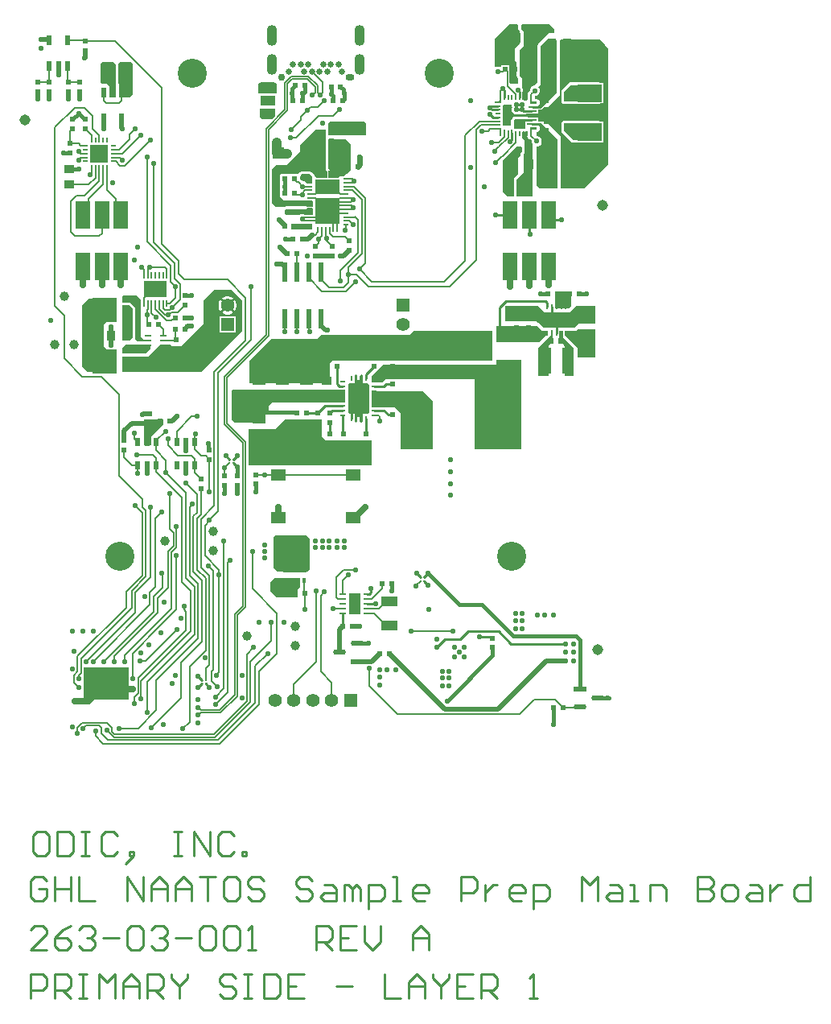
<source format=gtl>
G04*
G04 #@! TF.GenerationSoftware,Altium Limited,Altium Designer,24.9.1 (31)*
G04*
G04 Layer_Physical_Order=1*
G04 Layer_Color=255*
%FSLAX44Y44*%
%MOMM*%
G71*
G04*
G04 #@! TF.SameCoordinates,6C7A866E-41A3-4D12-9BD4-ECE58917465C*
G04*
G04*
G04 #@! TF.FilePolarity,Positive*
G04*
G01*
G75*
%ADD10C,0.2500*%
%ADD12C,0.2000*%
%ADD13C,0.1524*%
%ADD15C,0.1270*%
%ADD18C,0.2540*%
%ADD20R,0.6000X0.9000*%
%ADD21R,0.3000X0.4500*%
%ADD22R,1.6000X1.0000*%
%ADD23R,0.6000X2.0000*%
%ADD24R,0.6000X0.6000*%
%ADD25R,0.6000X0.6000*%
%ADD26R,2.6500X1.5300*%
%ADD27R,2.6500X2.7200*%
%ADD28R,0.6000X0.2000*%
%ADD29R,0.4000X0.2000*%
%ADD30R,0.2000X0.4000*%
%ADD31R,0.2000X0.6000*%
%ADD32R,1.2500X1.2500*%
%ADD33R,1.0000X0.9500*%
%ADD34R,0.2040X0.7064*%
%ADD35R,2.3876X1.7018*%
%ADD36R,0.7112X0.2540*%
%ADD37R,1.3000X2.2000*%
%ADD38R,0.7000X0.4000*%
%ADD39R,2.5100X2.5500*%
%ADD40R,1.8000X1.0000*%
%ADD41R,1.3552X0.5625*%
G04:AMPARAMS|DCode=42|XSize=1.3552mm|YSize=0.5625mm|CornerRadius=0.2812mm|HoleSize=0mm|Usage=FLASHONLY|Rotation=180.000|XOffset=0mm|YOffset=0mm|HoleType=Round|Shape=RoundedRectangle|*
%AMROUNDEDRECTD42*
21,1,1.3552,0.0000,0,0,180.0*
21,1,0.7928,0.5625,0,0,180.0*
1,1,0.5625,-0.3964,0.0000*
1,1,0.5625,0.3964,0.0000*
1,1,0.5625,0.3964,0.0000*
1,1,0.5625,-0.3964,0.0000*
%
%ADD42ROUNDEDRECTD42*%
%ADD43R,0.2400X0.6000*%
%ADD44R,2.5000X1.9000*%
%ADD45R,0.9500X1.0000*%
%ADD46R,2.7500X4.0000*%
%ADD47R,0.6000X0.2400*%
%ADD48R,0.5000X1.0056*%
%ADD49R,1.0000X2.7000*%
%ADD50R,1.4500X1.1500*%
%ADD51R,0.3500X0.5000*%
%ADD52R,1.6000X3.0000*%
%ADD53R,1.5500X1.3000*%
%ADD54R,4.7000X3.4300*%
%ADD55R,0.6000X0.2000*%
%ADD56R,0.2000X0.7000*%
%ADD57R,0.2000X0.6500*%
%ADD58R,0.2000X0.6800*%
%ADD59R,1.0000X0.2000*%
%ADD60R,0.9500X0.2000*%
%ADD61R,0.8000X0.2500*%
%ADD62R,0.7000X0.2500*%
%ADD63R,0.9000X1.0000*%
%ADD94R,2.0500X3.0500*%
%ADD126C,0.3000*%
%ADD127R,1.8999X1.8999*%
%ADD128R,2.4000X1.6500*%
%ADD129C,0.1916*%
%ADD130C,0.1575*%
%ADD131C,0.1750*%
%ADD132C,1.1430*%
%ADD133C,0.3810*%
%ADD134C,0.5000*%
%ADD135C,1.0000*%
%ADD136C,0.6350*%
%ADD137C,0.2400*%
%ADD138C,0.6000*%
%ADD139C,0.9906*%
%ADD140O,1.1000X2.2000*%
%ADD141C,0.6500*%
%ADD142O,0.9500X0.7500*%
%ADD143C,0.7500*%
%ADD144C,1.3970*%
%ADD145R,1.3970X1.3970*%
%ADD146R,1.3970X1.3970*%
%ADD147C,3.0480*%
%ADD148C,0.5588*%
G36*
X538951Y770049D02*
X538941Y770000D01*
X538941Y770000D01*
Y766000D01*
X539174Y764829D01*
X539837Y763837D01*
X539837Y763837D01*
X540000Y763674D01*
Y749688D01*
X535312Y745000D01*
Y732688D01*
X537254Y730746D01*
Y716688D01*
X537254Y716688D01*
X537487Y715517D01*
X538150Y714525D01*
X538150Y714525D01*
X538312Y714362D01*
Y707688D01*
X531312D01*
X529384Y709616D01*
Y719418D01*
X529582D01*
Y727958D01*
X521043D01*
Y726160D01*
X519772Y725442D01*
X518373Y726022D01*
X516251D01*
X515270Y725615D01*
X514000Y726464D01*
Y755000D01*
X528687Y769688D01*
X530000Y771000D01*
X538000D01*
X538951Y770049D01*
D02*
G37*
G36*
X285000Y707000D02*
Y698000D01*
X265000D01*
Y707000D01*
X268000Y710000D01*
X282000D01*
X285000Y707000D01*
D02*
G37*
G36*
X133000Y729000D02*
Y697000D01*
X130000Y694000D01*
X119000D01*
Y704000D01*
X119000Y704000D01*
Y708000D01*
X118000Y709000D01*
Y729000D01*
X120000Y731000D01*
X131000D01*
X133000Y729000D01*
D02*
G37*
G36*
X114941Y728059D02*
Y709000D01*
X114941Y709000D01*
X115000Y708704D01*
Y694000D01*
X109000D01*
Y705000D01*
X106000Y708000D01*
X101000D01*
X99000Y710000D01*
Y729000D01*
X101000Y731000D01*
X112000D01*
X114941Y728059D01*
D02*
G37*
G36*
X577000Y766000D02*
Y762000D01*
X576000Y761000D01*
X571000D01*
X570000Y760000D01*
X560000Y750000D01*
Y749701D01*
X559932Y749633D01*
X559269Y748640D01*
X559036Y747470D01*
X559036Y747470D01*
Y709411D01*
X555771Y706147D01*
X555377D01*
X553416Y705334D01*
X551916Y703834D01*
X551104Y701874D01*
Y701479D01*
X549313Y699688D01*
Y698513D01*
X549150Y698351D01*
X549150Y698351D01*
X548736Y697732D01*
X548487Y697358D01*
Y697358D01*
X548487Y697358D01*
X548440Y697122D01*
X548254Y696188D01*
X548254Y696188D01*
X548254Y690688D01*
X545180D01*
X544374Y691022D01*
X543312D01*
Y699820D01*
X543647Y700627D01*
Y702749D01*
X543312Y703555D01*
Y713688D01*
X540312Y716688D01*
Y743188D01*
X545000Y747875D01*
X545000Y762000D01*
Y763000D01*
X542000Y766000D01*
Y770000D01*
X543000Y771000D01*
X572000D01*
X577000Y766000D01*
D02*
G37*
G36*
X521312Y696188D02*
Y688188D01*
X520812Y687688D01*
X514813D01*
X514313Y688188D01*
Y689188D01*
X514813Y689688D01*
X519313D01*
Y696188D01*
X519813Y696688D01*
X520812D01*
X521312Y696188D01*
D02*
G37*
G36*
X553312Y696188D02*
Y689188D01*
X557812D01*
X558312Y688688D01*
Y687688D01*
X557812Y687188D01*
X551813Y687188D01*
X551312Y687688D01*
X551312Y696188D01*
X551813Y696688D01*
X552812D01*
X553312Y696188D01*
D02*
G37*
G36*
X579263Y753736D02*
X579254Y753688D01*
X579254Y753687D01*
Y698629D01*
X567371Y686746D01*
X566313Y686746D01*
X566313Y686746D01*
X565569Y686598D01*
X565142Y686514D01*
X564150Y685851D01*
X564150Y685850D01*
X562046Y683746D01*
X560348D01*
X559963Y685016D01*
X559975Y685025D01*
X559975Y685025D01*
X560475Y685525D01*
X560475Y685525D01*
X561138Y686517D01*
X561371Y687688D01*
X561371Y687688D01*
Y688688D01*
X561371Y688688D01*
X561138Y689858D01*
X560475Y690851D01*
X560475Y690851D01*
X559975Y691351D01*
X558983Y692014D01*
X557812Y692246D01*
X557812Y692246D01*
X556371D01*
Y695479D01*
X557499D01*
X559459Y696291D01*
X560960Y697791D01*
X561772Y699752D01*
Y701874D01*
X560960Y703834D01*
X560209Y704584D01*
X562095Y706470D01*
Y747470D01*
X569625Y755000D01*
X578000D01*
X579263Y753736D01*
D02*
G37*
G36*
X626979Y752632D02*
X630466Y748382D01*
X633313Y744122D01*
Y622687D01*
X608312Y597687D01*
X584641Y597688D01*
X583371Y597688D01*
Y649688D01*
X583312Y649983D01*
Y652688D01*
X567313Y668688D01*
X559582D01*
Y672458D01*
X554451D01*
X554296Y672561D01*
X553312Y672757D01*
X548740D01*
X548475Y673153D01*
X547483Y673816D01*
X546312Y674048D01*
X536158D01*
X536158Y674048D01*
X534987Y673816D01*
X533995Y673153D01*
X533995Y673152D01*
X533601Y672759D01*
X532895Y672466D01*
X532397Y672134D01*
X531902Y671803D01*
X531239Y670811D01*
X531006Y669640D01*
Y663688D01*
X523138D01*
X522975Y663850D01*
X522975Y663851D01*
X522313Y664294D01*
Y685082D01*
X522975Y685525D01*
X522975Y685525D01*
X523138Y685688D01*
X531978D01*
Y684627D01*
X532575Y683188D01*
X531978Y681749D01*
Y679627D01*
X532791Y677666D01*
X534291Y676166D01*
X536251Y675354D01*
X538373D01*
X540312Y676157D01*
X542252Y675354D01*
X544374D01*
X546334Y676166D01*
X546787Y676618D01*
X553312D01*
X554296Y676814D01*
X554451Y676918D01*
X559582D01*
Y680688D01*
X563313D01*
X566313Y683688D01*
X570312Y683688D01*
X582313Y695688D01*
Y753688D01*
X583312Y754688D01*
X624923D01*
X626979Y752632D01*
D02*
G37*
G36*
X283000Y674000D02*
X280000Y671000D01*
X269000D01*
X267000Y673000D01*
Y676000D01*
X267000Y681000D01*
Y682000D01*
X283000D01*
Y674000D01*
D02*
G37*
G36*
X546312Y661688D02*
X545312Y660688D01*
X535306Y660688D01*
X534065Y661743D01*
Y669640D01*
X535334Y670166D01*
X536158Y670990D01*
X546312D01*
Y661688D01*
D02*
G37*
G36*
X548253Y657578D02*
X548254Y657577D01*
X548254Y653188D01*
X548487Y652017D01*
X548736Y651644D01*
X549150Y651025D01*
X549150Y651025D01*
X549650Y650525D01*
X549650Y650525D01*
X550642Y649862D01*
X551813Y649629D01*
X551813Y649629D01*
X551871D01*
X552979Y648522D01*
Y646627D01*
X553791Y644666D01*
X554313Y644144D01*
Y589688D01*
X537313D01*
Y607687D01*
X544313Y614688D01*
Y634188D01*
X544543Y634418D01*
X544582D01*
Y634458D01*
X545312Y635188D01*
Y649188D01*
X543312Y651188D01*
Y657629D01*
X545312D01*
X545312Y657629D01*
X546483Y657862D01*
X546984Y658196D01*
X548253Y657578D01*
D02*
G37*
G36*
X379000Y666000D02*
Y654000D01*
X339000D01*
X339000Y666000D01*
X341000Y668000D01*
X377000D01*
X379000Y666000D01*
D02*
G37*
G36*
X558312Y661688D02*
Y660688D01*
X557812Y660188D01*
X553312D01*
Y653188D01*
X552812Y652688D01*
X551813D01*
X551312Y653188D01*
X551312Y661688D01*
X551813Y662188D01*
X557812Y662188D01*
X558312Y661688D01*
D02*
G37*
G36*
X520812D02*
X521312Y661188D01*
X521312Y653188D01*
X520812Y652688D01*
X519813D01*
X519313Y653188D01*
Y659688D01*
X514813D01*
X514313Y660188D01*
X514313Y661188D01*
X514813Y661688D01*
X520812Y661688D01*
D02*
G37*
G36*
X358000Y649125D02*
X363000Y644125D01*
Y631000D01*
Y617042D01*
X355000Y610375D01*
X354926Y610301D01*
X353574D01*
X350640Y610301D01*
X349765Y609426D01*
X339235D01*
X338765Y609896D01*
Y615956D01*
X339235Y616426D01*
X340724D01*
X340591Y617096D01*
X339928Y618089D01*
X339928Y618089D01*
X339428Y618589D01*
X339000Y618875D01*
Y648382D01*
Y650000D01*
X357125D01*
X358000Y649125D01*
D02*
G37*
G36*
X335941Y654000D02*
X336174Y652829D01*
X336265Y652693D01*
Y651307D01*
X336174Y651171D01*
X335941Y650000D01*
Y648382D01*
Y618875D01*
X336000Y618579D01*
Y618278D01*
X336115Y618000D01*
X336174Y617704D01*
X336250Y617591D01*
X335939Y617127D01*
Y617126D01*
X335939Y617126D01*
X335800Y616426D01*
X337265D01*
X337765Y615926D01*
X337765Y609926D01*
X337265Y609426D01*
X326235Y609426D01*
X325235Y610426D01*
Y610852D01*
X324959D01*
X324874Y610931D01*
X324826Y611171D01*
X324163Y612163D01*
X324163Y612163D01*
X321163Y615163D01*
X320171Y615826D01*
X319000Y616059D01*
X319000Y616059D01*
X311000D01*
X311000Y616059D01*
X309830Y615826D01*
X308837Y615163D01*
X308837Y615163D01*
X307837Y614163D01*
X307174Y613171D01*
X307125Y612926D01*
X289265D01*
X288265Y611926D01*
Y602507D01*
X287666Y601061D01*
Y598939D01*
X288265Y597493D01*
Y588926D01*
X292265Y584926D01*
X293926D01*
X294000Y585000D01*
X316339D01*
X316765Y585426D01*
X321765D01*
X322765Y584426D01*
Y583700D01*
X322765Y583699D01*
Y581287D01*
X322765Y581287D01*
Y579426D01*
X321765Y578426D01*
X316765D01*
X315765Y579426D01*
Y580286D01*
X315594Y580252D01*
X314602Y579589D01*
X314602Y579589D01*
X314013Y579000D01*
X294000D01*
X293931Y578986D01*
X293860Y578997D01*
X293573Y578926D01*
X292265D01*
X283250D01*
X279250Y582926D01*
Y618411D01*
X283765Y622926D01*
X294926D01*
X309000Y637000D01*
Y644000D01*
X325000Y660000D01*
X335941D01*
X335941Y654000D01*
D02*
G37*
G36*
X322000Y610000D02*
Y603000D01*
X316543D01*
X315096Y604448D01*
X313135Y605260D01*
X312740D01*
X310000Y608000D01*
Y612000D01*
X311000Y613000D01*
X319000D01*
X322000Y610000D01*
D02*
G37*
G36*
X565312Y661688D02*
X568312D01*
X580312Y649688D01*
Y597688D01*
X561312Y597687D01*
X557812Y601188D01*
Y642354D01*
X559374D01*
X561334Y643166D01*
X562835Y644666D01*
X563647Y646627D01*
Y648749D01*
X562835Y650709D01*
X561334Y652210D01*
X559374Y653022D01*
X557812D01*
Y657129D01*
X558983Y657362D01*
X559975Y658025D01*
X559975Y658025D01*
X560475Y658525D01*
X561138Y659517D01*
X561371Y660688D01*
X561371Y660688D01*
Y661687D01*
X561371Y661688D01*
X561138Y662858D01*
X560475Y663851D01*
X560475Y663851D01*
X560154Y664172D01*
X560350Y664978D01*
X560627Y665442D01*
X561453Y665547D01*
X565312Y661688D01*
D02*
G37*
G36*
X542254Y636455D02*
X542150Y636351D01*
X541487Y635358D01*
X541254Y634188D01*
X541254Y634188D01*
Y632629D01*
X538312Y629688D01*
Y613013D01*
X535150Y609850D01*
X535150Y609850D01*
X534494Y608869D01*
X534313Y608688D01*
Y607983D01*
X534254Y607687D01*
X534254Y607687D01*
Y589688D01*
X527313D01*
X522313Y594688D01*
X522313Y626688D01*
X537313Y641688D01*
X542254D01*
Y636455D01*
D02*
G37*
G36*
X322765Y576426D02*
Y574565D01*
X322765Y574565D01*
Y572301D01*
X322765Y572300D01*
Y571426D01*
X322666Y571327D01*
Y571326D01*
X321765Y570426D01*
X314479D01*
X314457Y570447D01*
X312497Y571259D01*
X310375D01*
X308414Y570447D01*
X308393Y570426D01*
X294574D01*
X293000Y572000D01*
Y574845D01*
X294000Y575941D01*
X294000Y575941D01*
X314013D01*
X314838Y576105D01*
X315594Y575600D01*
X315765Y575566D01*
Y576426D01*
X316765Y577426D01*
X321765D01*
X322765Y576426D01*
D02*
G37*
G36*
X322000Y556000D02*
X321000Y555000D01*
X300250D01*
Y561000D01*
X309389D01*
X310375Y560591D01*
X312497D01*
X313483Y561000D01*
X322000D01*
Y556000D01*
D02*
G37*
G36*
X595000Y474500D02*
X592000Y471500D01*
X578000D01*
Y490000D01*
X595000D01*
Y474500D01*
D02*
G37*
G36*
X567000Y467500D02*
X593000D01*
X599500Y474000D01*
X620000D01*
Y455500D01*
X602000D01*
X598059Y451559D01*
X589059D01*
X588763Y451500D01*
X586296D01*
X586000Y451559D01*
X582000D01*
X581704Y451500D01*
X576284D01*
X576171Y451576D01*
X575000Y451809D01*
X573000D01*
X571829Y451576D01*
X571716Y451500D01*
X570237D01*
X569941Y451559D01*
X565267D01*
X561163Y455663D01*
X560181Y456319D01*
X558000Y458500D01*
X525000D01*
Y474500D01*
X560000D01*
X567000Y467500D01*
D02*
G37*
G36*
X132941Y471733D02*
Y440941D01*
X131000Y439000D01*
X122000D01*
Y474941D01*
X129733D01*
X132941Y471733D01*
D02*
G37*
G36*
X142000Y480000D02*
Y442000D01*
X145000Y439000D01*
X152000D01*
Y437059D01*
X137941D01*
X136000Y439000D01*
Y473000D01*
X131000Y478000D01*
X122000D01*
Y484000D01*
X123000Y485000D01*
X137000D01*
X142000Y480000D01*
D02*
G37*
G36*
X564000Y448500D02*
X569941D01*
Y445017D01*
X569307Y444383D01*
X569011Y443939D01*
X568567Y443643D01*
X568567Y443643D01*
X561424Y436500D01*
X516000D01*
Y453500D01*
X559000D01*
X564000Y448500D01*
D02*
G37*
G36*
X248000Y480000D02*
Y448000D01*
X232000Y432000D01*
X205000Y405000D01*
X122000D01*
Y421000D01*
X149000D01*
X162000Y434000D01*
X173000D01*
X175000Y432000D01*
X184000D01*
X208000Y456000D01*
Y480000D01*
X219000Y491000D01*
X237000Y491000D01*
X248000Y480000D01*
D02*
G37*
G36*
X152000Y429000D02*
X147059Y424059D01*
X122000D01*
Y430000D01*
X126000Y434000D01*
X152000D01*
Y429000D01*
D02*
G37*
G36*
X620000Y420500D02*
X601000D01*
Y430500D01*
X599819Y431681D01*
X599163Y432663D01*
X589059Y442767D01*
Y448500D01*
X600000D01*
X601000Y449500D01*
X620000D01*
Y420500D01*
D02*
G37*
G36*
X115000Y481000D02*
Y460000D01*
X108000D01*
X103000Y455000D01*
Y432000D01*
X112000Y423000D01*
Y405000D01*
X86000D01*
X80000Y411000D01*
Y475000D01*
X87000Y482000D01*
X115000D01*
Y481000D01*
D02*
G37*
G36*
X575000Y441750D02*
X576000Y440750D01*
Y434545D01*
X573539D01*
X572369Y434312D01*
X571376Y433649D01*
X570713Y432657D01*
X570480Y431486D01*
Y401514D01*
X569853Y400750D01*
X560000D01*
Y430750D01*
X570730Y441480D01*
X571470D01*
Y442220D01*
X573000Y443750D01*
Y448750D01*
X575000D01*
Y441750D01*
D02*
G37*
G36*
X586000Y441500D02*
X597000Y430500D01*
X597000Y400500D01*
X588319D01*
X587513Y401482D01*
X587520Y401514D01*
Y431486D01*
X587287Y432657D01*
X586624Y433649D01*
X585631Y434312D01*
X584461Y434545D01*
X581000D01*
Y440500D01*
X582000Y441500D01*
Y448500D01*
X586000D01*
Y441500D01*
D02*
G37*
G36*
X375249Y401001D02*
Y392751D01*
X380749D01*
X381749Y391751D01*
Y362251D01*
X380749Y361251D01*
X375249D01*
Y353001D01*
X374249Y352001D01*
X373249D01*
X372249Y353001D01*
Y357251D01*
X369749D01*
Y353001D01*
X368749Y352001D01*
X367749D01*
X366749Y353001D01*
Y361251D01*
X361249D01*
X360249Y362251D01*
Y391751D01*
X361249Y392751D01*
X366749D01*
Y401001D01*
X367749Y402001D01*
X368749D01*
X369749Y401001D01*
Y396751D01*
X372249D01*
Y401001D01*
X373249Y402001D01*
X374249D01*
X375249Y401001D01*
D02*
G37*
G36*
X511436Y417000D02*
X344000D01*
X341000Y414000D01*
Y393000D01*
X256414D01*
X256000Y394000D01*
Y417000D01*
X277000Y438000D01*
X279000Y440000D01*
X327000D01*
X331000Y444000D01*
X425000D01*
X429000Y448000D01*
X511436D01*
Y417000D01*
D02*
G37*
G36*
X357000Y373000D02*
X280000D01*
X276000Y369000D01*
Y364000D01*
X308000D01*
Y360000D01*
X273000D01*
Y352000D01*
X248000D01*
X240000Y352000D01*
X237000Y355000D01*
X237000Y385000D01*
X238000Y386000D01*
X357000D01*
Y373000D01*
D02*
G37*
G36*
X165000Y350000D02*
X152500Y337500D01*
Y327500D01*
X145000D01*
Y355000D01*
X165000D01*
Y350000D01*
D02*
G37*
G36*
X542436Y324000D02*
X493000D01*
Y397000D01*
X399000D01*
X396000Y394000D01*
X385000D01*
Y401000D01*
X390730Y406730D01*
X391270D01*
Y407270D01*
X397000Y413000D01*
X515436D01*
Y418000D01*
X542436D01*
Y324000D01*
D02*
G37*
G36*
X449000Y374600D02*
Y324000D01*
X415000D01*
Y362000D01*
X409000Y368000D01*
X385000D01*
Y385000D01*
X438600D01*
X449000Y374600D01*
D02*
G37*
G36*
X332000Y337000D02*
X336000Y333000D01*
X385000D01*
Y307000D01*
X255000D01*
Y345000D01*
X283000D01*
X293000Y355000D01*
X332000D01*
Y337000D01*
D02*
G37*
G36*
X319000Y230000D02*
Y210375D01*
Y197000D01*
X317000Y195000D01*
X316250D01*
Y193750D01*
X291750D01*
Y195000D01*
X285000D01*
X281000Y199000D01*
Y231000D01*
X283000Y233000D01*
X316000D01*
X319000Y230000D01*
D02*
G37*
G36*
X309000Y178000D02*
X307000Y176000D01*
Y169000D01*
X306000Y168000D01*
X285000D01*
X278000Y175000D01*
Y184000D01*
X282000Y188000D01*
X309000D01*
Y178000D01*
D02*
G37*
%LPC*%
G36*
X594249Y709746D02*
X593078Y709513D01*
X592086Y708850D01*
X592086Y708850D01*
X585086Y701851D01*
X584423Y700858D01*
X584190Y699688D01*
X584190Y699688D01*
Y689688D01*
X584423Y688517D01*
X585086Y687525D01*
X586078Y686862D01*
X587248Y686629D01*
X623248D01*
X624419Y686862D01*
X625251Y687418D01*
X628083D01*
Y708958D01*
X625251D01*
X624419Y709513D01*
X623248Y709746D01*
X594249D01*
X594249Y709746D01*
D02*
G37*
G36*
X622812Y669246D02*
X587313D01*
X586142Y669014D01*
X585150Y668351D01*
X584487Y667358D01*
X584254Y666188D01*
Y658688D01*
X584487Y657517D01*
X585150Y656525D01*
X585150Y656525D01*
X594650Y647025D01*
X595642Y646362D01*
X596813Y646129D01*
X596813Y646129D01*
X622812D01*
X623983Y646362D01*
X624067Y646418D01*
X628083D01*
Y667958D01*
X625238D01*
X624975Y668351D01*
X623983Y669014D01*
X622812Y669246D01*
D02*
G37*
%LPD*%
G36*
X623248Y689688D02*
X587248D01*
Y699688D01*
X594249Y706688D01*
X623248D01*
Y689688D01*
D02*
G37*
G36*
X622812Y649188D02*
X596813D01*
X587313Y658688D01*
Y666188D01*
X622812D01*
Y649188D01*
D02*
G37*
%LPC*%
G36*
X234254Y484525D02*
X231746D01*
X229323Y483876D01*
X227166Y482630D01*
X233000Y476796D01*
X238834Y482630D01*
X236677Y483876D01*
X234254Y484525D01*
D02*
G37*
G36*
X225370Y480834D02*
X224124Y478676D01*
X223475Y476254D01*
Y473746D01*
X224124Y471324D01*
X225370Y469166D01*
X231204Y475000D01*
X225370Y480834D01*
D02*
G37*
G36*
X240630Y480834D02*
X234796Y475000D01*
X240630Y469166D01*
X241876Y471324D01*
X242525Y473746D01*
Y476254D01*
X241876Y478676D01*
X240630Y480834D01*
D02*
G37*
G36*
X233000Y473204D02*
X227166Y467370D01*
X229323Y466124D01*
X231746Y465475D01*
X234254D01*
X236677Y466124D01*
X238834Y467370D01*
X233000Y473204D01*
D02*
G37*
G36*
X241255Y463255D02*
X224745D01*
Y456087D01*
Y453913D01*
Y446745D01*
X241255D01*
Y463255D01*
D02*
G37*
%LPD*%
D10*
X231000Y317000D02*
X231000D01*
X235000Y313001D01*
X432000Y193000D02*
X435999Y189000D01*
X305000Y181000D02*
X306000Y180000D01*
X384000Y173000D02*
Y177000D01*
X382000Y171000D02*
X384000Y173000D01*
X379908Y171000D02*
X382000D01*
X210000Y77000D02*
X214000Y73000D01*
X214000D01*
X574000Y464750D02*
Y473750D01*
Y464750D02*
X579000Y459750D01*
X532313Y674688D02*
X532313Y674688D01*
X553312D01*
X525312Y674688D02*
X532313D01*
X524313D02*
X525312D01*
X528312Y678688D02*
Y681688D01*
Y678688D02*
X532313Y674688D01*
Y673688D02*
Y674688D01*
X528312Y669688D02*
X532313Y673688D01*
X528312Y668688D02*
Y669688D01*
X511312Y680688D02*
X517313D01*
X509313Y682688D02*
X511312Y680688D01*
X511313Y684688D02*
X517313D01*
X509313Y682688D02*
X511313Y684688D01*
X509313Y675688D02*
X512313Y672688D01*
X517313D01*
X363499Y355500D02*
Y364499D01*
X364000Y365000D01*
X550600Y550400D02*
X551000Y550000D01*
X550600Y550400D02*
Y569850D01*
X575450Y565000D02*
X584000D01*
X570600Y569850D02*
X575450Y565000D01*
X239000Y313001D02*
X243000Y317000D01*
Y305000D02*
Y305000D01*
X239000Y309000D02*
X243000Y305000D01*
X440000Y185000D02*
X444000Y181000D01*
X443999Y193000D02*
X444000D01*
X440000Y189000D02*
X443999Y193000D01*
X354000Y137000D02*
X354000Y137000D01*
Y151000D01*
X389000Y161000D02*
X389000Y161000D01*
X379908Y161000D02*
X389000D01*
X202000Y73000D02*
X206000Y77000D01*
X202000Y85000D02*
X206000Y81000D01*
Y81000D02*
Y81000D01*
X515000Y570000D02*
X515150Y569850D01*
X530600D01*
X543312Y668688D02*
X544813Y670188D01*
X553312D01*
X544813Y679188D02*
X553312D01*
X543312Y680688D02*
X544813Y679188D01*
X537313Y680688D02*
X543312D01*
Y685688D01*
X537313D02*
X543312D01*
X553312Y665688D02*
X561312D01*
X568312Y658688D01*
X553563Y683688D02*
X561313D01*
X568312Y690688D01*
X540312Y693688D02*
Y699688D01*
X538312Y701688D02*
X540312Y699688D01*
X524313Y693688D02*
Y700688D01*
X522313Y702688D02*
X524313Y700688D01*
X530312Y646688D02*
X532313Y648688D01*
Y656088D01*
D12*
X130000Y655000D02*
X136000Y661000D01*
X130000Y650000D02*
Y655000D01*
X118500Y638500D02*
X130000Y650000D01*
X145000Y506962D02*
Y512500D01*
X142500Y515000D02*
X145000Y512500D01*
X151000Y515000D02*
X167000D01*
X169000Y513000D01*
X153000Y467000D02*
X157500Y462500D01*
X153000Y467000D02*
Y477038D01*
X148000Y470000D02*
X149000Y471000D01*
X148000Y465000D02*
Y470000D01*
Y457000D02*
Y465000D01*
X148000Y457000D02*
X148000Y457000D01*
X148000Y457000D02*
X150000Y455000D01*
X145000Y483000D02*
X149000Y487000D01*
X145000Y477038D02*
Y483000D01*
X145000Y477038D02*
X145000Y477038D01*
X348000Y585000D02*
X349074Y583926D01*
X313436Y567926D02*
X326015D01*
X313174Y563926D02*
X327926D01*
X125000Y622000D02*
X152000Y649000D01*
X122500Y634500D02*
X142000Y654000D01*
X112500Y634500D02*
X122500D01*
X121500Y690500D02*
Y698528D01*
X119000Y688000D02*
X121500Y690500D01*
X105000Y688000D02*
X119000D01*
X102500Y690500D02*
X105000Y688000D01*
X102500Y690500D02*
Y698528D01*
X357000Y554000D02*
X357265Y554265D01*
Y559926D01*
X322000Y549000D02*
X325000D01*
X328265Y552265D01*
Y554926D01*
X349074Y583926D02*
X357265D01*
X348000Y585000D02*
X350926Y587926D01*
X357265D01*
X348000Y578000D02*
X350074Y575926D01*
X357265D01*
X348000Y578000D02*
X349926Y579926D01*
X357265D01*
X348000Y571000D02*
X348926Y571926D01*
X357265D01*
X362926Y575926D02*
X365000Y578000D01*
X357265Y575926D02*
X362926D01*
X363074Y579926D02*
X365000Y578000D01*
X357265Y579926D02*
X363074D01*
X362926Y583926D02*
X365000Y586000D01*
X357265Y583926D02*
X362926D01*
X363074Y587926D02*
X365000Y586000D01*
X357265Y587926D02*
X363074D01*
X364074Y607926D02*
X366000Y606000D01*
X357265Y603926D02*
X363926D01*
X366000Y606000D01*
X357265Y607926D02*
X364074D01*
X319265Y587926D02*
X324965D01*
X327891Y585000D01*
X328000D01*
X311436Y565925D02*
X313436Y567926D01*
X311436Y565664D02*
Y565925D01*
Y565664D02*
X313174Y563926D01*
X326015Y567926D02*
X328000Y569910D01*
Y571000D01*
X327926Y563926D02*
X328000Y564000D01*
X112500Y630500D02*
X119500D01*
X122000Y628000D01*
X351465Y591926D02*
X357265D01*
X348391Y595000D02*
X351465Y591926D01*
X348000Y595000D02*
X348391D01*
X319265Y591926D02*
X325065D01*
X328140Y595000D01*
X328329D01*
X115338Y626500D02*
X119838Y622000D01*
X125000D01*
X112500Y626500D02*
X115338D01*
X106000Y596000D02*
Y620000D01*
X87000Y587000D02*
X102000Y602000D01*
X87000Y602000D02*
X94000Y609000D01*
Y620000D01*
X66000Y602000D02*
X87000D01*
X68000Y584750D02*
X73625Y590375D01*
X98000Y606000D02*
Y620000D01*
X73625Y590375D02*
X82375D01*
X98000Y606000D01*
X88000Y612000D02*
X90000Y614000D01*
Y620000D01*
X90000Y620000D01*
X102000Y602000D02*
Y620000D01*
X112500Y638500D02*
X118500D01*
X115000Y575450D02*
Y587000D01*
X106000Y596000D02*
X115000Y587000D01*
Y575450D02*
X120600Y569850D01*
X68000Y552000D02*
Y584750D01*
X87000Y584000D02*
Y587000D01*
X80600Y569850D02*
Y577600D01*
X87000Y584000D01*
X68000Y552000D02*
X72000Y548000D01*
X98000D01*
X100600Y550600D01*
Y569850D01*
X149000Y513000D02*
X151000Y515000D01*
X149000Y506962D02*
Y513000D01*
X169000Y506962D02*
Y513000D01*
X149000Y471000D02*
Y477038D01*
X516937Y688813D02*
X518438D01*
X520312Y690688D01*
Y700688D01*
X522313Y702688D01*
D13*
X51000Y662000D02*
X72000Y683000D01*
X82000D02*
X91000Y674000D01*
X72000Y683000D02*
X82000D01*
X51000Y474000D02*
Y662000D01*
Y474000D02*
X61000Y464000D01*
X189000Y188000D02*
Y278000D01*
X168000Y299000D02*
X189000Y278000D01*
X168000Y299000D02*
Y312000D01*
X157500Y322500D02*
X168000Y312000D01*
X158000Y300000D02*
X185000Y273000D01*
Y183776D02*
Y273000D01*
X158000Y300000D02*
Y306500D01*
X118428Y295572D02*
X143000Y271000D01*
Y263000D02*
Y271000D01*
X118428Y295572D02*
Y381572D01*
X132250Y307000D02*
X138500D01*
X124000Y315250D02*
Y323000D01*
Y315250D02*
X132250Y307000D01*
X83000Y753000D02*
X114500D01*
X163500Y539500D02*
Y704000D01*
X114500Y753000D02*
X163500Y704000D01*
X540500Y45000D02*
X555500Y60000D01*
X382000Y75000D02*
X412000Y45000D01*
X540500D01*
X100000Y400000D02*
X118428Y381572D01*
X80000Y400000D02*
X100000D01*
X61000Y419000D02*
X80000Y400000D01*
X257500Y438500D02*
Y495000D01*
X223178Y404178D02*
X257500Y438500D01*
X368500Y507500D02*
X381000Y495000D01*
X318700Y503800D02*
Y510000D01*
Y503800D02*
X332500Y490000D01*
X357500D01*
X367500Y500000D01*
X360000Y507500D02*
Y515000D01*
X374240Y529240D02*
Y585818D01*
X360000Y515000D02*
X374240Y529240D01*
X370000Y530000D02*
Y565000D01*
X352000Y501000D02*
Y512000D01*
X370000Y530000D01*
X360000Y499000D02*
Y507500D01*
X355000Y494000D02*
X360000Y499000D01*
Y507500D02*
X368500D01*
X173000Y500000D02*
Y517000D01*
X148000Y542000D02*
X173000Y517000D01*
X155000Y541000D02*
X177000Y519000D01*
Y503000D02*
Y519000D01*
X163500Y539500D02*
X181000Y522000D01*
Y508000D02*
Y522000D01*
X177000Y503000D02*
X182826Y497174D01*
X181000Y508000D02*
X187000Y502000D01*
X310000Y673000D02*
X317000Y680000D01*
X310000Y670000D02*
Y673000D01*
X300000Y660000D02*
X310000Y670000D01*
X328356Y674355D02*
X344356D01*
X299000Y651000D02*
X305000D01*
X328356Y674355D01*
X344356D02*
X351000Y681000D01*
X213750Y278750D02*
X214000Y279000D01*
Y313000D01*
X219000Y264000D02*
Y364726D01*
X172500Y239500D02*
Y277500D01*
Y239500D02*
X176000Y236000D01*
X198500Y324000D02*
Y331000D01*
Y324000D02*
X205500Y317000D01*
X210000D01*
X214000Y313000D01*
X223178Y258178D02*
Y404178D01*
X198500Y299000D02*
X205000Y292500D01*
X198500Y299000D02*
Y307000D01*
X170000Y327500D02*
Y335000D01*
Y327500D02*
X180326Y317174D01*
X194826D01*
X198500Y313500D01*
X137500Y317500D02*
X154500D01*
X157500Y314500D01*
Y322500D02*
Y331000D01*
X157715Y331215D02*
Y332715D01*
X167500Y342500D01*
X338265Y574276D02*
X344265Y568276D01*
Y554926D02*
Y568276D01*
X65000Y710000D02*
X77000D01*
X64500Y710500D02*
X65000Y710000D01*
X64500Y710500D02*
Y726472D01*
X33000Y710000D02*
X45000D01*
X45500Y710500D01*
Y726472D01*
X91000Y661639D02*
Y674000D01*
X98000Y649000D02*
Y654000D01*
X91000Y661000D02*
X98000Y654000D01*
X187000Y502000D02*
X233000D01*
X182826Y480826D02*
Y497174D01*
X173000Y500000D02*
X178000Y495000D01*
X155000Y541000D02*
Y624000D01*
X148000Y542000D02*
Y631000D01*
X340000Y494000D02*
X355000D01*
X381000Y495000D02*
X467000D01*
X331400Y502600D02*
X340000Y494000D01*
X385000Y500000D02*
X461000D01*
X372000Y513000D02*
X385000Y500000D01*
X378000Y519000D02*
Y588000D01*
X372000Y513000D02*
X378000Y519000D01*
X367000Y568000D02*
X370000Y565000D01*
X357265Y567926D02*
X366926D01*
X367000Y568000D01*
X364132Y595926D02*
X374240Y585818D01*
X366074Y599926D02*
X378000Y588000D01*
X331400Y502600D02*
Y510000D01*
X306000D02*
Y529000D01*
X318700Y447300D02*
X319000Y447000D01*
X318700Y447300D02*
Y461000D01*
X306000Y447000D02*
Y461000D01*
X293000Y447000D02*
X293300Y447300D01*
Y461000D01*
X357265Y599926D02*
X366074D01*
X357265Y595926D02*
X364132D01*
X361074Y563926D02*
X365000Y560000D01*
X357265Y563926D02*
X361074D01*
X357000Y547000D02*
X361000Y543000D01*
X344000Y547000D02*
X357000D01*
X337132Y542868D02*
X343000Y537000D01*
X337132Y542868D02*
Y545868D01*
X328840Y544840D02*
X329000Y545000D01*
X325000Y537000D02*
X328840Y540840D01*
Y544840D01*
X329000Y545000D02*
X329250D01*
X332265Y548015D01*
X340265Y550735D02*
X344000Y547000D01*
X336265Y546735D02*
X337132Y545868D01*
X340265Y550735D02*
Y554926D01*
X336265Y546735D02*
Y554926D01*
X348000Y564000D02*
X348265Y563735D01*
Y554926D02*
Y563735D01*
X332265Y548015D02*
Y554926D01*
X461000Y500000D02*
X483000Y522000D01*
X467000Y495000D02*
X495000Y523000D01*
X483000Y522000D02*
Y654000D01*
X495000Y523000D02*
Y660000D01*
X499688Y664688D01*
X483000Y654000D02*
X497688Y668688D01*
X517313D01*
X509375Y660375D02*
X520000D01*
X507000Y658000D02*
X509375Y660375D01*
X501000Y658000D02*
X507000D01*
X499688Y664688D02*
X517313D01*
X83000Y661000D02*
X90000Y654000D01*
Y649000D02*
Y654000D01*
X78500Y642500D02*
X83500D01*
X76000Y645000D02*
X78500Y642500D01*
X67000Y645000D02*
X76000D01*
X67000Y658000D02*
X70000Y661000D01*
X67000Y645000D02*
Y658000D01*
X76000Y637000D02*
X78500Y634500D01*
X83500D01*
X76000Y628000D02*
X78500Y630500D01*
X83500D01*
X175000Y473000D02*
X182826Y480826D01*
X82472Y753528D02*
X83000Y753000D01*
X64500Y753528D02*
X82472D01*
X317000Y680000D02*
X320261Y683261D01*
X328261D01*
X335000Y690000D01*
X169000Y459000D02*
X174015D01*
X157000Y471000D02*
Y477038D01*
Y471000D02*
X169000Y459000D01*
X167000Y465000D02*
X170000D01*
X161000Y471000D02*
X167000Y465000D01*
X161000Y471000D02*
Y477038D01*
X174015Y459000D02*
X177015Y462000D01*
X178000D01*
X170000Y465000D02*
X170951D01*
X180762Y467762D02*
X188000Y475000D01*
X173713Y467762D02*
X180762D01*
X170951Y465000D02*
X173713Y467762D01*
X178000Y482825D02*
Y495000D01*
X172213Y477038D02*
X178000Y482825D01*
X169000Y477038D02*
X172213D01*
X167000Y470000D02*
X172000D01*
X175000Y473000D01*
X61000Y419000D02*
Y464000D01*
X178000Y440000D02*
Y450000D01*
Y440000D02*
X179000Y439000D01*
X160000Y455000D02*
X165000Y450000D01*
Y443000D02*
Y450000D01*
X165000Y472000D02*
X167000Y470000D01*
X214000Y249000D02*
X223178Y258178D01*
X219000Y364726D02*
X219032Y364758D01*
X252000Y438000D02*
Y483000D01*
X219032Y405032D02*
X252000Y438000D01*
X233000Y502000D02*
X252000Y483000D01*
X219032Y364758D02*
Y405032D01*
X165000Y472000D02*
Y477038D01*
X178000Y438000D02*
X179000Y439000D01*
X165000Y438000D02*
X178000D01*
X259000Y177000D02*
X285000Y151000D01*
X259000Y177000D02*
Y216000D01*
X193000Y263000D02*
X196000Y266000D01*
X193000Y191000D02*
Y263000D01*
X201000Y257000D02*
Y276000D01*
X157000Y251000D02*
X164000Y258000D01*
X157000Y179000D02*
Y251000D01*
X136000Y264000D02*
X143000Y257000D01*
Y191000D02*
Y257000D01*
X147000Y190000D02*
Y259000D01*
X143000Y263000D02*
X147000Y259000D01*
X136000Y173000D02*
X152000Y189000D01*
Y263000D01*
X189000Y288000D02*
X201000Y276000D01*
X230000Y296000D02*
X230000Y296000D01*
Y304000D01*
X94000Y22000D02*
Y27000D01*
X102000Y14000D02*
X225000D01*
X94000Y22000D02*
X102000Y14000D01*
X225000D02*
X266000Y55000D01*
X107159Y17792D02*
X222792D01*
X110206Y23794D02*
X113414Y20586D01*
X219586D01*
X257000Y58000D01*
X222792Y17792D02*
X262000Y57000D01*
X100000Y24951D02*
X107159Y17792D01*
X111380Y26844D02*
X113844Y24380D01*
X180844D02*
X218380D01*
X151158D02*
X180844D01*
X218380D02*
X253000Y59000D01*
X113844Y24380D02*
X151158D01*
X266000Y55000D02*
Y90000D01*
X285000Y109000D02*
Y151000D01*
X266000Y90000D02*
X285000Y109000D01*
X75000Y106000D02*
X126000Y157000D01*
X71000Y86000D02*
X75000Y90000D01*
Y106000D01*
X132000Y175000D02*
X147000Y190000D01*
X126000Y174000D02*
X143000Y191000D01*
X157500Y307000D02*
X158000Y306500D01*
X138000Y298000D02*
Y306500D01*
X157500Y307000D02*
Y314500D01*
X230000Y304000D02*
X235000Y309000D01*
X78620Y103291D02*
X132000Y156671D01*
X78620Y88620D02*
Y103291D01*
X205000Y250000D02*
X219000Y264000D01*
X198500Y339500D02*
X199000Y340000D01*
X198500Y331000D02*
Y339500D01*
X205000Y255000D02*
Y282000D01*
X201000Y251000D02*
X205000Y255000D01*
X185000Y183776D02*
X188412Y180364D01*
X157500Y331000D02*
X157715Y331215D01*
X195000Y358000D02*
X201000D01*
X179500Y342500D02*
X195000Y358000D01*
X179500Y331000D02*
Y342500D01*
X198500Y307000D02*
Y313500D01*
X197000Y253000D02*
X201000Y257000D01*
X135000Y334500D02*
X138500Y331000D01*
X135000Y334500D02*
Y341000D01*
X197000Y194745D02*
Y253000D01*
X201000Y196794D02*
Y251000D01*
X205000Y199588D02*
Y250000D01*
X151000Y173000D02*
X157000Y179000D01*
X263000Y297000D02*
X272000D01*
X272180Y296820D01*
X286005D01*
X365505D01*
X224000Y192000D02*
Y197000D01*
Y89000D02*
Y192000D01*
X354000Y171000D02*
Y186000D01*
X360000Y192000D01*
X355000Y197000D02*
X368000D01*
X347000Y189000D02*
X355000Y197000D01*
X347000Y168000D02*
Y189000D01*
X431000Y180000D02*
Y180000D01*
X431500Y180500D02*
X435999Y185000D01*
X426000Y132000D02*
X470000D01*
X331000Y90000D02*
X342658Y78342D01*
X344000Y156000D02*
X344000Y156000D01*
X354000D01*
X347000Y168000D02*
X349000Y166000D01*
X354000D01*
X382000Y75000D02*
Y93000D01*
X399500Y138500D02*
X403000D01*
X379908Y151000D02*
X387000D01*
X399500Y138500D01*
Y163500D02*
X403000D01*
X392000Y156000D02*
X399500Y163500D01*
X379908Y156000D02*
X392000D01*
X331000Y170000D02*
X335000Y174000D01*
X331000Y90000D02*
Y170000D01*
X326000Y100000D02*
Y175000D01*
X302658Y76658D02*
X326000Y100000D01*
X314000Y155000D02*
Y172000D01*
X187000Y155000D02*
Y159000D01*
X174000Y156000D02*
Y215000D01*
X163618Y145618D02*
X174000Y156000D01*
Y215000D02*
X179000Y220000D01*
X555500Y60000D02*
X578000D01*
X586000Y52000D01*
X342658Y59750D02*
Y78342D01*
X302658Y59750D02*
Y76658D01*
X396000Y177000D02*
Y182000D01*
X385000Y166000D02*
X396000Y177000D01*
X379908Y166000D02*
X385000D01*
X209000Y212000D02*
Y243450D01*
X214000Y248450D01*
Y249000D01*
X209000Y212000D02*
X224000Y197000D01*
X229000Y72000D02*
Y227000D01*
X233000Y68000D02*
Y204000D01*
X236000Y207000D01*
X205000Y199588D02*
X214000Y190588D01*
X189437Y133437D02*
Y152563D01*
X187000Y155000D02*
X189437Y152563D01*
X201000Y196794D02*
X209794Y188000D01*
X197000Y194745D02*
X205843Y185903D01*
X193000Y191000D02*
X202000Y182000D01*
X189000Y188000D02*
X198000Y179000D01*
X188412Y180364D02*
X194000Y174776D01*
Y132000D02*
Y174776D01*
X198000Y129000D02*
Y179000D01*
X202000Y125000D02*
Y182000D01*
X205843Y120950D02*
Y185903D01*
X209794Y111794D02*
Y188000D01*
X213000Y201000D02*
X218000Y196000D01*
X220000Y55000D02*
X233000Y68000D01*
X220000Y63000D02*
X229000Y72000D01*
X216000Y80000D02*
Y90000D01*
Y80000D02*
X222000Y74000D01*
X216000Y90000D02*
X218000Y92000D01*
Y196000D01*
X210000Y93000D02*
X214000Y97000D01*
Y190588D01*
X221000Y86000D02*
X224000Y89000D01*
X193000Y95000D02*
X209794Y111794D01*
X210000Y81000D02*
Y93000D01*
X158000Y81000D02*
X202000Y125000D01*
X184000Y99108D02*
X205843Y120950D01*
X151000Y160000D02*
Y173000D01*
X170000Y178000D02*
Y216000D01*
X159000Y152000D02*
Y167000D01*
X170000Y178000D01*
Y216000D02*
X176000Y222000D01*
Y236000D01*
X179000Y220000D02*
Y242000D01*
X139000Y30000D02*
X158000Y49000D01*
X119000Y30000D02*
X139000D01*
X153000Y31000D02*
X184000Y62000D01*
Y99108D01*
X158000Y49000D02*
Y81000D01*
X126000Y157000D02*
Y174000D01*
X132000Y156671D02*
Y175000D01*
X136000Y152000D02*
Y173000D01*
X84000Y100000D02*
X136000Y152000D01*
X91500Y100500D02*
X151000Y160000D01*
X102500Y100500D02*
X155000Y153000D01*
Y169146D01*
X113500Y100500D02*
Y106500D01*
X159000Y152000D01*
X155000Y169146D02*
X164049Y178195D01*
Y192951D01*
X161174Y137174D02*
X179000Y155000D01*
Y187000D01*
X125000Y100000D02*
Y107000D01*
X163618Y145618D01*
X133000Y82000D02*
Y109000D01*
X161174Y137174D01*
X148000Y79000D02*
X198000Y129000D01*
X142000Y80000D02*
X194000Y132000D01*
X148000Y47000D02*
Y79000D01*
X139206Y83206D02*
X189437Y133437D01*
X193000Y37000D02*
Y95000D01*
X179000Y187000D02*
Y212000D01*
X262000Y96000D02*
X275000Y109000D01*
X262000Y57000D02*
Y96000D01*
X257000Y100000D02*
X279000Y122000D01*
Y142000D01*
X257000Y58000D02*
Y100000D01*
X111380Y26844D02*
Y30929D01*
X103268Y36000D02*
X106309D01*
X111380Y30929D01*
X253000Y59000D02*
Y108000D01*
X260000Y115000D01*
X147000Y101000D02*
X180000Y134000D01*
X141000Y101000D02*
X147000D01*
X71000Y78000D02*
Y86000D01*
Y78000D02*
X76000Y73000D01*
Y82000D02*
Y86000D01*
X78620Y88620D01*
X139206Y67206D02*
Y83206D01*
X135000Y63000D02*
X139206Y67206D01*
X135000Y56000D02*
Y63000D01*
X603245Y52000D02*
X603745Y52500D01*
X586000Y52000D02*
X603245D01*
X164000Y193000D02*
X164049Y192951D01*
X313750Y172250D02*
X314000Y172000D01*
X313750Y172250D02*
Y186000D01*
X80175Y36000D02*
X103268D01*
X84000Y33000D02*
X98000D01*
X100000Y24951D02*
Y31000D01*
X98000Y33000D02*
X100000Y31000D01*
X81000Y30000D02*
X84000Y33000D01*
X75000Y30825D02*
X80175Y36000D01*
X75000Y25000D02*
Y30825D01*
X106000Y28000D02*
X110206Y23794D01*
X142000Y61000D02*
Y80000D01*
X186000Y30000D02*
X193000Y37000D01*
X186000Y30000D02*
X186000D01*
X514000Y637375D02*
X518312Y641688D01*
X514000Y637000D02*
Y637375D01*
X515000Y625000D02*
X521863Y631863D01*
X522313D01*
X524313Y651787D02*
Y656188D01*
X511000Y646000D02*
X518526D01*
Y646000D02*
X524313Y651787D01*
X518526Y646000D02*
Y646000D01*
X518312Y641688D02*
X528312Y651688D01*
X522313Y720688D02*
X525312Y723688D01*
X517313Y720688D02*
X522313D01*
X536312Y693688D02*
Y696688D01*
X552625Y688375D02*
Y697000D01*
X556437Y700813D01*
X528312Y651688D02*
Y655938D01*
X552625Y652930D02*
Y660875D01*
Y652930D02*
X557867Y647688D01*
X558312D01*
X536312Y645863D02*
Y655688D01*
X522313Y631863D02*
X536312Y645863D01*
X525312Y723688D02*
X527313Y721688D01*
Y705688D02*
X536312Y696688D01*
X527313Y705688D02*
Y721688D01*
X391499Y359501D02*
X393000Y358000D01*
X387500Y359501D02*
X391499D01*
X393000Y353000D02*
Y358000D01*
D15*
X293460Y681052D02*
Y709052D01*
X296000Y680000D02*
Y708000D01*
X276000Y443000D02*
Y660000D01*
X273460Y661052D02*
X293460Y681052D01*
X273460Y444052D02*
Y661052D01*
X276000Y660000D02*
X296000Y680000D01*
X293460Y709052D02*
X299948Y715540D01*
X296000Y708000D02*
X301000Y713000D01*
X327540Y698460D02*
X330000Y696000D01*
X202000Y52000D02*
X204730Y49270D01*
X224678D01*
X240522Y65114D01*
Y150522D01*
X229460Y349948D02*
Y400052D01*
Y349948D02*
X249000Y330408D01*
X240522Y150522D02*
X249000Y159000D01*
Y330408D01*
X321700Y721000D02*
X333000Y709700D01*
Y699000D02*
Y709700D01*
X330000Y696000D02*
X333000Y699000D01*
X299948Y715540D02*
X318052D01*
X327540Y706052D01*
Y698460D02*
Y706052D01*
X229460Y400052D02*
X273460Y444052D01*
X322000Y696000D02*
X325000Y699000D01*
X202000Y44000D02*
X204730Y46730D01*
X225730D01*
X243062Y64062D01*
Y149470D01*
X251540Y157948D02*
Y331460D01*
X232000Y351000D02*
Y399000D01*
Y351000D02*
X251540Y331460D01*
X243062Y149470D02*
X251540Y157948D01*
X301000Y713000D02*
X317000D01*
X325000Y705000D01*
Y699000D02*
Y705000D01*
X232000Y399000D02*
X276000Y443000D01*
X303000Y608000D02*
X306161Y604839D01*
X312000Y591000D02*
Y593206D01*
X314720Y595926D01*
X319265D01*
X305191Y591000D02*
X312000D01*
X303265Y592926D02*
X305191Y591000D01*
X307161Y604839D02*
X312074Y599926D01*
X306161Y604839D02*
X307161D01*
X312074Y599926D02*
X319265D01*
D18*
X25804Y-253910D02*
Y-228519D01*
X38500D01*
X42732Y-232750D01*
Y-241215D01*
X38500Y-245446D01*
X25804D01*
X51196Y-253910D02*
Y-228519D01*
X63892D01*
X68124Y-232750D01*
Y-241215D01*
X63892Y-245446D01*
X51196D01*
X59660D02*
X68124Y-253910D01*
X76588Y-228519D02*
X85052D01*
X80820D01*
Y-253910D01*
X76588D01*
X85052D01*
X97748D02*
Y-228519D01*
X106212Y-236982D01*
X114676Y-228519D01*
Y-253910D01*
X123139D02*
Y-236982D01*
X131603Y-228519D01*
X140067Y-236982D01*
Y-253910D01*
Y-241215D01*
X123139D01*
X148531Y-253910D02*
Y-228519D01*
X161227D01*
X165459Y-232750D01*
Y-241215D01*
X161227Y-245446D01*
X148531D01*
X156995D02*
X165459Y-253910D01*
X173923Y-228519D02*
Y-232750D01*
X182387Y-241215D01*
X190851Y-232750D01*
Y-228519D01*
X182387Y-241215D02*
Y-253910D01*
X241634Y-232750D02*
X237402Y-228519D01*
X228939D01*
X224707Y-232750D01*
Y-236982D01*
X228939Y-241215D01*
X237402D01*
X241634Y-245446D01*
Y-249678D01*
X237402Y-253910D01*
X228939D01*
X224707Y-249678D01*
X250098Y-228519D02*
X258562D01*
X254330D01*
Y-253910D01*
X250098D01*
X258562D01*
X271258Y-228519D02*
Y-253910D01*
X283954D01*
X288186Y-249678D01*
Y-232750D01*
X283954Y-228519D01*
X271258D01*
X313578D02*
X296650D01*
Y-253910D01*
X313578D01*
X296650Y-241215D02*
X305114D01*
X347434D02*
X364361D01*
X398217Y-228519D02*
Y-253910D01*
X415145D01*
X423609D02*
Y-236982D01*
X432073Y-228519D01*
X440537Y-236982D01*
Y-253910D01*
Y-241215D01*
X423609D01*
X449001Y-228519D02*
Y-232750D01*
X457465Y-241215D01*
X465929Y-232750D01*
Y-228519D01*
X457465Y-241215D02*
Y-253910D01*
X491320Y-228519D02*
X474393D01*
Y-253910D01*
X491320D01*
X474393Y-241215D02*
X482856D01*
X499784Y-253910D02*
Y-228519D01*
X512480D01*
X516712Y-232750D01*
Y-241215D01*
X512480Y-245446D01*
X499784D01*
X508248D02*
X516712Y-253910D01*
X550568D02*
X559032D01*
X554800D01*
Y-228519D01*
X550568Y-232750D01*
X40860Y-78511D02*
X32396D01*
X28164Y-82743D01*
Y-99670D01*
X32396Y-103902D01*
X40860D01*
X45092Y-99670D01*
Y-82743D01*
X40860Y-78511D01*
X53556D02*
Y-103902D01*
X66252D01*
X70484Y-99670D01*
Y-82743D01*
X66252Y-78511D01*
X53556D01*
X78948D02*
X87412D01*
X83180D01*
Y-103902D01*
X78948D01*
X87412D01*
X117036Y-82743D02*
X112803Y-78511D01*
X104340D01*
X100108Y-82743D01*
Y-99670D01*
X104340Y-103902D01*
X112803D01*
X117036Y-99670D01*
X129731Y-108134D02*
X133963Y-103902D01*
Y-99670D01*
X129731D01*
Y-103902D01*
X133963D01*
X129731Y-108134D01*
X125499Y-112366D01*
X176283Y-78511D02*
X184747D01*
X180515D01*
Y-103902D01*
X176283D01*
X184747D01*
X197443D02*
Y-78511D01*
X214371Y-103902D01*
Y-78511D01*
X239762Y-82743D02*
X235530Y-78511D01*
X227067D01*
X222835Y-82743D01*
Y-99670D01*
X227067Y-103902D01*
X235530D01*
X239762Y-99670D01*
X248226Y-103902D02*
Y-99670D01*
X252458D01*
Y-103902D01*
X248226D01*
X42345Y-129868D02*
X38114Y-125636D01*
X29650D01*
X25418Y-129868D01*
Y-146796D01*
X29650Y-151028D01*
X38114D01*
X42345Y-146796D01*
Y-138332D01*
X33882D01*
X50809Y-125636D02*
Y-151028D01*
Y-138332D01*
X67737D01*
Y-125636D01*
Y-151028D01*
X76201Y-125636D02*
Y-151028D01*
X93129D01*
X126985D02*
Y-125636D01*
X143913Y-151028D01*
Y-125636D01*
X152377Y-151028D02*
Y-134100D01*
X160841Y-125636D01*
X169305Y-134100D01*
Y-151028D01*
Y-138332D01*
X152377D01*
X177768Y-151028D02*
Y-134100D01*
X186232Y-125636D01*
X194696Y-134100D01*
Y-151028D01*
Y-138332D01*
X177768D01*
X203160Y-125636D02*
X220088D01*
X211624D01*
Y-151028D01*
X241248Y-125636D02*
X232784D01*
X228552Y-129868D01*
Y-146796D01*
X232784Y-151028D01*
X241248D01*
X245480Y-146796D01*
Y-129868D01*
X241248Y-125636D01*
X270872Y-129868D02*
X266640Y-125636D01*
X258176D01*
X253944Y-129868D01*
Y-134100D01*
X258176Y-138332D01*
X266640D01*
X270872Y-142564D01*
Y-146796D01*
X266640Y-151028D01*
X258176D01*
X253944Y-146796D01*
X321655Y-129868D02*
X317423Y-125636D01*
X308959D01*
X304727Y-129868D01*
Y-134100D01*
X308959Y-138332D01*
X317423D01*
X321655Y-142564D01*
Y-146796D01*
X317423Y-151028D01*
X308959D01*
X304727Y-146796D01*
X334351Y-134100D02*
X342815D01*
X347047Y-138332D01*
Y-151028D01*
X334351D01*
X330119Y-146796D01*
X334351Y-142564D01*
X347047D01*
X355511Y-151028D02*
Y-134100D01*
X359743D01*
X363975Y-138332D01*
Y-151028D01*
Y-138332D01*
X368207Y-134100D01*
X372439Y-138332D01*
Y-151028D01*
X380903Y-159492D02*
Y-134100D01*
X393599D01*
X397831Y-138332D01*
Y-146796D01*
X393599Y-151028D01*
X380903D01*
X406295D02*
X414759D01*
X410527D01*
Y-125636D01*
X406295D01*
X440150Y-151028D02*
X431686D01*
X427454Y-146796D01*
Y-138332D01*
X431686Y-134100D01*
X440150D01*
X444382Y-138332D01*
Y-142564D01*
X427454D01*
X478238Y-151028D02*
Y-125636D01*
X490934D01*
X495166Y-129868D01*
Y-138332D01*
X490934Y-142564D01*
X478238D01*
X503630Y-134100D02*
Y-151028D01*
Y-142564D01*
X507862Y-138332D01*
X512094Y-134100D01*
X516326D01*
X541717Y-151028D02*
X533254D01*
X529022Y-146796D01*
Y-138332D01*
X533254Y-134100D01*
X541717D01*
X545950Y-138332D01*
Y-142564D01*
X529022D01*
X554413Y-159492D02*
Y-134100D01*
X567109D01*
X571341Y-138332D01*
Y-146796D01*
X567109Y-151028D01*
X554413D01*
X605197D02*
Y-125636D01*
X613661Y-134100D01*
X622125Y-125636D01*
Y-151028D01*
X634821Y-134100D02*
X643285D01*
X647517Y-138332D01*
Y-151028D01*
X634821D01*
X630589Y-146796D01*
X634821Y-142564D01*
X647517D01*
X655981Y-151028D02*
X664445D01*
X660213D01*
Y-134100D01*
X655981D01*
X677140Y-151028D02*
Y-134100D01*
X689836D01*
X694068Y-138332D01*
Y-151028D01*
X727924Y-125636D02*
Y-151028D01*
X740620D01*
X744852Y-146796D01*
Y-142564D01*
X740620Y-138332D01*
X727924D01*
X740620D01*
X744852Y-134100D01*
Y-129868D01*
X740620Y-125636D01*
X727924D01*
X757548Y-151028D02*
X766012D01*
X770244Y-146796D01*
Y-138332D01*
X766012Y-134100D01*
X757548D01*
X753316Y-138332D01*
Y-146796D01*
X757548Y-151028D01*
X782940Y-134100D02*
X791404D01*
X795636Y-138332D01*
Y-151028D01*
X782940D01*
X778708Y-146796D01*
X782940Y-142564D01*
X795636D01*
X804099Y-134100D02*
Y-151028D01*
Y-142564D01*
X808331Y-138332D01*
X812563Y-134100D01*
X816795D01*
X846419Y-125636D02*
Y-151028D01*
X833723D01*
X829491Y-146796D01*
Y-138332D01*
X833723Y-134100D01*
X846419D01*
X42732Y-203110D02*
X25804D01*
X42732Y-186182D01*
Y-181950D01*
X38500Y-177719D01*
X30036D01*
X25804Y-181950D01*
X68124Y-177719D02*
X59660Y-181950D01*
X51196Y-190415D01*
Y-198878D01*
X55428Y-203110D01*
X63892D01*
X68124Y-198878D01*
Y-194646D01*
X63892Y-190415D01*
X51196D01*
X76588Y-181950D02*
X80820Y-177719D01*
X89284D01*
X93516Y-181950D01*
Y-186182D01*
X89284Y-190415D01*
X85052D01*
X89284D01*
X93516Y-194646D01*
Y-198878D01*
X89284Y-203110D01*
X80820D01*
X76588Y-198878D01*
X101980Y-190415D02*
X118907D01*
X127371Y-181950D02*
X131603Y-177719D01*
X140067D01*
X144299Y-181950D01*
Y-198878D01*
X140067Y-203110D01*
X131603D01*
X127371Y-198878D01*
Y-181950D01*
X152763D02*
X156995Y-177719D01*
X165459D01*
X169691Y-181950D01*
Y-186182D01*
X165459Y-190415D01*
X161227D01*
X165459D01*
X169691Y-194646D01*
Y-198878D01*
X165459Y-203110D01*
X156995D01*
X152763Y-198878D01*
X178155Y-190415D02*
X195083D01*
X203547Y-181950D02*
X207779Y-177719D01*
X216243D01*
X220475Y-181950D01*
Y-198878D01*
X216243Y-203110D01*
X207779D01*
X203547Y-198878D01*
Y-181950D01*
X228939D02*
X233171Y-177719D01*
X241634D01*
X245866Y-181950D01*
Y-198878D01*
X241634Y-203110D01*
X233171D01*
X228939Y-198878D01*
Y-181950D01*
X254330Y-203110D02*
X262794D01*
X258562D01*
Y-177719D01*
X254330Y-181950D01*
X326274Y-203110D02*
Y-177719D01*
X338970D01*
X343202Y-181950D01*
Y-190415D01*
X338970Y-194646D01*
X326274D01*
X334738D02*
X343202Y-203110D01*
X368593Y-177719D02*
X351666D01*
Y-203110D01*
X368593D01*
X351666Y-190415D02*
X360130D01*
X377057Y-177719D02*
Y-194646D01*
X385521Y-203110D01*
X393985Y-194646D01*
Y-177719D01*
X427841Y-203110D02*
Y-186182D01*
X436305Y-177719D01*
X444769Y-186182D01*
Y-203110D01*
Y-190415D01*
X427841D01*
D20*
X138500Y331000D02*
D03*
X148000D02*
D03*
X157500D02*
D03*
Y307000D02*
D03*
X148000D02*
D03*
X138500D02*
D03*
X179500Y331000D02*
D03*
X189000D02*
D03*
X198500D02*
D03*
Y307000D02*
D03*
X189000D02*
D03*
X179500D02*
D03*
D21*
X275000Y699750D02*
D03*
Y680250D02*
D03*
X281500Y699750D02*
D03*
Y680250D02*
D03*
X268500Y699750D02*
D03*
Y680250D02*
D03*
D22*
X275000Y690000D02*
D03*
D23*
X306000Y510000D02*
D03*
X318700D02*
D03*
X306000Y461000D02*
D03*
X318700D02*
D03*
X293300Y510000D02*
D03*
X331400D02*
D03*
X293300Y461000D02*
D03*
X331400D02*
D03*
D24*
X306000Y529000D02*
D03*
X296000D02*
D03*
X312000Y545000D02*
D03*
X302000D02*
D03*
X370000Y621000D02*
D03*
X360000D02*
D03*
X303265Y592926D02*
D03*
X293265D02*
D03*
X178000Y462000D02*
D03*
X188000D02*
D03*
X162000Y353000D02*
D03*
X172000D02*
D03*
X150000Y455000D02*
D03*
X160000D02*
D03*
X396000Y182000D02*
D03*
X406000D02*
D03*
X354000Y137000D02*
D03*
X364000D02*
D03*
X403000Y109000D02*
D03*
X393000D02*
D03*
X352000Y705000D02*
D03*
X342000D02*
D03*
X304000Y706000D02*
D03*
X314000D02*
D03*
X550312Y638688D02*
D03*
X540312D02*
D03*
X525312Y723688D02*
D03*
X535312D02*
D03*
X293250Y558000D02*
D03*
X303250D02*
D03*
X302000Y690000D02*
D03*
X312000D02*
D03*
X354000D02*
D03*
X344000D02*
D03*
X293265Y607926D02*
D03*
X303265D02*
D03*
X316000Y362000D02*
D03*
X306000D02*
D03*
X593000Y487500D02*
D03*
X603000D02*
D03*
X570000D02*
D03*
X580000D02*
D03*
X304000Y172000D02*
D03*
X314000D02*
D03*
X586000Y52000D02*
D03*
X576000D02*
D03*
X535312Y711688D02*
D03*
X545312D02*
D03*
X178000Y450000D02*
D03*
X188000D02*
D03*
D25*
X361000Y543000D02*
D03*
Y533000D02*
D03*
X67000Y645000D02*
D03*
Y635000D02*
D03*
X83000Y753000D02*
D03*
Y743000D02*
D03*
X188000Y485000D02*
D03*
Y475000D02*
D03*
X230000Y296000D02*
D03*
Y286000D02*
D03*
X243000Y296000D02*
D03*
Y286000D02*
D03*
X263000Y297000D02*
D03*
Y287000D02*
D03*
X512000Y125000D02*
D03*
Y115000D02*
D03*
X205000Y292500D02*
D03*
Y282500D02*
D03*
X214000Y313000D02*
D03*
Y323000D02*
D03*
X151000Y351000D02*
D03*
Y361000D02*
D03*
X124000Y323000D02*
D03*
Y333000D02*
D03*
X537000Y451500D02*
D03*
Y461500D02*
D03*
X33000Y710000D02*
D03*
Y700000D02*
D03*
X65000Y710000D02*
D03*
Y700000D02*
D03*
X343000Y537000D02*
D03*
Y527000D02*
D03*
X325000Y537000D02*
D03*
Y527000D02*
D03*
X45000Y700000D02*
D03*
Y710000D02*
D03*
X77000Y700000D02*
D03*
Y710000D02*
D03*
X342500Y657000D02*
D03*
Y648000D02*
D03*
X333500Y657000D02*
D03*
X407000Y392000D02*
D03*
Y382000D02*
D03*
Y370000D02*
D03*
Y360000D02*
D03*
X328000Y352000D02*
D03*
Y362000D02*
D03*
X379000Y330000D02*
D03*
Y340000D02*
D03*
X550000Y461500D02*
D03*
Y451500D02*
D03*
X407000Y421000D02*
D03*
Y411000D02*
D03*
X341000Y340000D02*
D03*
Y330000D02*
D03*
Y362000D02*
D03*
Y352000D02*
D03*
X355000Y340000D02*
D03*
Y330000D02*
D03*
X387000Y411000D02*
D03*
Y421000D02*
D03*
X348000D02*
D03*
Y411000D02*
D03*
X70000Y671000D02*
D03*
Y661000D02*
D03*
X83000D02*
D03*
Y671000D02*
D03*
X568312Y668688D02*
D03*
Y658688D02*
D03*
Y680688D02*
D03*
Y690688D02*
D03*
X179000Y429000D02*
D03*
Y439000D02*
D03*
D26*
X338265Y599526D02*
D03*
D27*
Y574276D02*
D03*
D28*
X319265Y559926D02*
D03*
Y563926D02*
D03*
Y567926D02*
D03*
Y587926D02*
D03*
Y591926D02*
D03*
Y595926D02*
D03*
Y599926D02*
D03*
Y603926D02*
D03*
Y607926D02*
D03*
X357265D02*
D03*
Y603926D02*
D03*
Y599926D02*
D03*
Y595926D02*
D03*
Y591926D02*
D03*
Y587926D02*
D03*
Y583926D02*
D03*
Y579926D02*
D03*
Y575926D02*
D03*
Y571926D02*
D03*
Y567926D02*
D03*
Y563926D02*
D03*
Y559926D02*
D03*
X112500Y630500D02*
D03*
X83500Y634500D02*
D03*
X112500D02*
D03*
X83500Y638500D02*
D03*
X112500D02*
D03*
X83500Y630500D02*
D03*
Y642500D02*
D03*
X112500D02*
D03*
X83500Y626500D02*
D03*
X112500D02*
D03*
D29*
X320265Y571926D02*
D03*
Y575926D02*
D03*
Y579926D02*
D03*
Y583926D02*
D03*
D30*
X327265Y611926D02*
D03*
X331765D02*
D03*
X336265D02*
D03*
X340265D02*
D03*
X344765D02*
D03*
X349265D02*
D03*
D31*
X348265Y554926D02*
D03*
X344265D02*
D03*
X340265D02*
D03*
X336265D02*
D03*
X332265D02*
D03*
X328265D02*
D03*
X98000Y649000D02*
D03*
Y620000D02*
D03*
X94000Y649000D02*
D03*
X102000D02*
D03*
X94000Y620000D02*
D03*
X102000D02*
D03*
X90000Y649000D02*
D03*
X106000D02*
D03*
X90000Y620000D02*
D03*
X106000D02*
D03*
X548312Y693688D02*
D03*
X544313D02*
D03*
X540312D02*
D03*
X536312D02*
D03*
X532313D02*
D03*
X528312D02*
D03*
X524313D02*
D03*
X536312Y655688D02*
D03*
X540312D02*
D03*
X544313D02*
D03*
X548312D02*
D03*
D32*
X316000Y635000D02*
D03*
X286000D02*
D03*
D33*
X66000Y602000D02*
D03*
Y618000D02*
D03*
X337000Y396000D02*
D03*
Y380000D02*
D03*
X611000Y460500D02*
D03*
Y444500D02*
D03*
D34*
X169000Y506962D02*
D03*
X165000D02*
D03*
X161000D02*
D03*
X157000D02*
D03*
X153000D02*
D03*
X149000D02*
D03*
X145000D02*
D03*
Y477038D02*
D03*
X149000D02*
D03*
X153000D02*
D03*
X157000D02*
D03*
X161000D02*
D03*
X165000D02*
D03*
X169000D02*
D03*
D35*
X157000Y492000D02*
D03*
D36*
X379908Y151000D02*
D03*
Y156000D02*
D03*
Y161000D02*
D03*
Y166000D02*
D03*
Y171000D02*
D03*
X354000D02*
D03*
Y166000D02*
D03*
Y161000D02*
D03*
Y156000D02*
D03*
Y151000D02*
D03*
D37*
X366954Y161000D02*
D03*
D38*
X125500Y406250D02*
D03*
Y412750D02*
D03*
Y419250D02*
D03*
Y425750D02*
D03*
X94500D02*
D03*
Y419250D02*
D03*
Y412750D02*
D03*
Y466750D02*
D03*
Y473250D02*
D03*
Y479750D02*
D03*
X125500D02*
D03*
Y473250D02*
D03*
Y466750D02*
D03*
Y460250D02*
D03*
D39*
X103550Y416000D02*
D03*
Y470000D02*
D03*
D40*
X403000Y138500D02*
D03*
Y163500D02*
D03*
D41*
X369255Y100500D02*
D03*
X603745Y71500D02*
D03*
D42*
X369255Y119500D02*
D03*
X350745Y110000D02*
D03*
X603745Y52500D02*
D03*
X622255Y62000D02*
D03*
D43*
X569000Y445750D02*
D03*
X574000D02*
D03*
X579000D02*
D03*
X584000D02*
D03*
X589000D02*
D03*
Y473750D02*
D03*
X584000D02*
D03*
X579000D02*
D03*
X574000D02*
D03*
X569000D02*
D03*
X363499Y355500D02*
D03*
Y398500D02*
D03*
X378499D02*
D03*
Y355500D02*
D03*
D44*
X614313Y657188D02*
D03*
Y698188D02*
D03*
D45*
X550313Y623688D02*
D03*
X534313D02*
D03*
X106000Y716000D02*
D03*
X122000D02*
D03*
X537000Y756000D02*
D03*
X553000D02*
D03*
X528312Y738688D02*
D03*
X544313D02*
D03*
X589313Y640688D02*
D03*
X573312D02*
D03*
X589313Y622688D02*
D03*
X573312D02*
D03*
X589313Y604688D02*
D03*
X573312D02*
D03*
X590312Y733688D02*
D03*
X574313D02*
D03*
X590312Y716687D02*
D03*
X574313D02*
D03*
X590312Y750687D02*
D03*
X574313D02*
D03*
D46*
X432250Y347000D02*
D03*
X509750D02*
D03*
D47*
X354500Y359501D02*
D03*
Y364501D02*
D03*
Y369501D02*
D03*
Y374501D02*
D03*
Y379501D02*
D03*
Y384501D02*
D03*
Y389501D02*
D03*
Y394501D02*
D03*
X387500D02*
D03*
Y389501D02*
D03*
Y384501D02*
D03*
Y379501D02*
D03*
Y374501D02*
D03*
Y369501D02*
D03*
Y364501D02*
D03*
Y359501D02*
D03*
D48*
X45500Y726472D02*
D03*
X55000D02*
D03*
X64500D02*
D03*
Y753528D02*
D03*
X45500D02*
D03*
X121500Y671472D02*
D03*
X102500D02*
D03*
Y698528D02*
D03*
X112000D02*
D03*
X121500D02*
D03*
D49*
X590000Y416500D02*
D03*
X568000D02*
D03*
D50*
X266000Y357000D02*
D03*
Y339000D02*
D03*
Y379000D02*
D03*
Y397000D02*
D03*
X291000Y379000D02*
D03*
Y397000D02*
D03*
X316000Y379000D02*
D03*
Y397000D02*
D03*
X502436Y405000D02*
D03*
Y423000D02*
D03*
X478436Y405000D02*
D03*
Y423000D02*
D03*
D51*
X294250Y186000D02*
D03*
X300750D02*
D03*
X307250D02*
D03*
X313750D02*
D03*
Y214000D02*
D03*
X307250D02*
D03*
X300750D02*
D03*
X294250D02*
D03*
D52*
X100600Y515850D02*
D03*
Y569850D02*
D03*
X120600Y515850D02*
D03*
X80600D02*
D03*
X120600Y569850D02*
D03*
X80600D02*
D03*
X550600Y515850D02*
D03*
Y569850D02*
D03*
X570600Y515850D02*
D03*
X530600D02*
D03*
X570600Y569850D02*
D03*
X530600D02*
D03*
D53*
X286005Y296820D02*
D03*
Y251820D02*
D03*
X365505D02*
D03*
Y296820D02*
D03*
D54*
X105000Y77000D02*
D03*
D55*
X517313Y684688D02*
D03*
Y680688D02*
D03*
Y676688D02*
D03*
Y672688D02*
D03*
Y668688D02*
D03*
Y664688D02*
D03*
D56*
X524313Y656188D02*
D03*
D57*
X528312Y655938D02*
D03*
D58*
X532313Y656088D02*
D03*
D59*
X553312Y665688D02*
D03*
Y670188D02*
D03*
Y674688D02*
D03*
Y679188D02*
D03*
D60*
X553563Y683688D02*
D03*
D61*
X149500Y443000D02*
D03*
D62*
X149000Y438000D02*
D03*
Y433000D02*
D03*
X165000D02*
D03*
Y438000D02*
D03*
Y443000D02*
D03*
D63*
X126000Y443000D02*
D03*
X110000D02*
D03*
D94*
X370999Y377001D02*
D03*
D126*
X210000Y77000D02*
D03*
X206000D02*
D03*
X210000Y81000D02*
D03*
X206000D02*
D03*
X235000Y313000D02*
D03*
X239000D02*
D03*
X235000Y309000D02*
D03*
X239000D02*
D03*
X435999Y189000D02*
D03*
X440000D02*
D03*
X435999Y185000D02*
D03*
X440000D02*
D03*
D127*
X98000Y634500D02*
D03*
D128*
X579000Y459750D02*
D03*
D129*
X552625Y688375D02*
D03*
D130*
X516937Y688813D02*
D03*
D131*
X520000Y660375D02*
D03*
X552625Y660875D02*
D03*
D132*
X627500Y580000D02*
D03*
X622500Y112500D02*
D03*
X20000Y670000D02*
D03*
D133*
X76000Y677000D02*
X82000Y671000D01*
X83000D01*
X70000D02*
X76000Y677000D01*
X464000Y59031D02*
X512000Y107031D01*
X212500Y324500D02*
Y330000D01*
Y324500D02*
X214000Y323000D01*
X622255Y62000D02*
X634000D01*
X293000Y600000D02*
Y608000D01*
X501000Y160000D02*
X534000Y127000D01*
X600000D02*
X603745Y123255D01*
X534000Y127000D02*
X600000D01*
X477000Y160000D02*
X501000D01*
X294000Y545000D02*
X302000D01*
X293000Y593000D02*
Y600000D01*
X76000Y618000D02*
X76000Y618000D01*
X66000Y618000D02*
X76000D01*
X355250Y698750D02*
Y701750D01*
X352000Y705000D02*
X355250Y701750D01*
Y698750D02*
X356000Y698000D01*
X354000Y690000D02*
X356000Y692000D01*
Y698000D01*
X301000Y691000D02*
X302000Y690000D01*
X301000Y691000D02*
Y698000D01*
Y703000D01*
X304000Y706000D01*
X633000Y62000D02*
X634000D01*
X634000Y62000D02*
X634000Y62000D01*
X529000Y470500D02*
X530000D01*
X562000Y487500D02*
X570000D01*
X60000Y635000D02*
X67000D01*
X188000Y485000D02*
X195000D01*
X342000Y697000D02*
Y705000D01*
X344000Y690000D02*
Y695000D01*
X342000Y697000D02*
X344000Y695000D01*
X312000Y698000D02*
X312000Y698000D01*
X312000Y690000D02*
Y698000D01*
X312000Y698000D02*
X314000Y700000D01*
Y706000D01*
X243000Y305000D02*
X243000Y305000D01*
X243000Y296000D02*
Y305000D01*
X230000Y277000D02*
Y286000D01*
X263000Y279000D02*
Y287000D01*
X444000Y193000D02*
X477000Y160000D01*
X380500Y119500D02*
X381000Y120000D01*
X369255Y119500D02*
X380500D01*
X406000Y175000D02*
Y182000D01*
X603745Y71500D02*
Y123255D01*
X576000Y34000D02*
X576000Y34000D01*
Y52000D01*
X512000Y107031D02*
Y115000D01*
X464000Y59000D02*
Y59031D01*
X610500Y487500D02*
X611000Y487000D01*
X603000Y487500D02*
X610500D01*
D134*
X462000Y50000D02*
X517500D01*
X403000Y109000D02*
X462000Y50000D01*
X568500Y101000D02*
X589000D01*
X517500Y50000D02*
X568500Y101000D01*
X82500Y735000D02*
X83000Y735500D01*
Y743000D01*
X372000Y137000D02*
X372000Y137000D01*
X364000Y137000D02*
X372000D01*
X33000Y692000D02*
X33000Y692000D01*
Y700000D01*
X45000Y692000D02*
X45000Y692000D01*
Y700000D01*
X77000Y692000D02*
X77000Y692000D01*
Y700000D01*
X65000Y692000D02*
X65000Y692000D01*
Y700000D01*
X44028Y755000D02*
X45500Y753528D01*
X37000Y755000D02*
X44028D01*
X55000Y717000D02*
Y726472D01*
X102500Y661500D02*
X103000Y661000D01*
X102500Y661500D02*
Y671472D01*
X121500Y661500D02*
X122000Y661000D01*
X121500Y661500D02*
Y671472D01*
X285000Y518000D02*
X291000D01*
X293000Y516000D01*
Y510300D02*
Y516000D01*
Y510300D02*
X293300Y510000D01*
X288000Y536000D02*
X295000Y529000D01*
X296000D01*
X336000Y449000D02*
X338000D01*
X331400Y453600D02*
X336000Y449000D01*
X331400Y453600D02*
Y461000D01*
X352000Y527000D02*
X355000D01*
X361000Y533000D01*
X334000Y527000D02*
X334000Y527000D01*
X325000Y527000D02*
X334000D01*
X334000D02*
X343000D01*
X334000Y527000D02*
X334000Y527000D01*
X318000Y545000D02*
X322000Y549000D01*
X312000Y545000D02*
X318000D01*
X287000Y565000D02*
X293324Y558676D01*
Y558265D02*
Y558676D01*
X110000Y433000D02*
X110000Y433000D01*
X110000Y433000D02*
Y443000D01*
Y452000D01*
X110000Y452000D01*
X188000Y462000D02*
X195000D01*
X189000Y298000D02*
Y307000D01*
X148000Y298000D02*
Y307000D01*
X243000Y277000D02*
Y286000D01*
X144000Y361000D02*
X151000D01*
X143000Y360000D02*
X144000Y361000D01*
X175000Y353000D02*
X180000Y358000D01*
X172000Y353000D02*
X175000D01*
X191000Y453000D02*
X195000D01*
X188000Y450000D02*
X191000Y453000D01*
X124000Y343000D02*
X132000Y351000D01*
X151000D01*
X124000Y333000D02*
Y343000D01*
X189000Y322000D02*
Y331000D01*
X384500Y100500D02*
X393000Y109000D01*
X369255Y100500D02*
X384500D01*
X350745Y133745D02*
X354000Y137000D01*
X350745Y110000D02*
Y133745D01*
D135*
X286000Y634000D02*
X295750D01*
X285000Y635000D02*
Y646000D01*
Y635000D02*
X286000Y634000D01*
D136*
X366820Y251820D02*
X377500Y262500D01*
X365505Y251820D02*
X366820D01*
X286000Y251825D02*
Y263000D01*
Y251825D02*
X286005Y251820D01*
X72000Y59000D02*
X87000D01*
X105000Y77000D01*
X111000Y71000D02*
X133000D01*
X105000Y77000D02*
X111000Y71000D01*
X80600Y496600D02*
Y515850D01*
X100600Y496600D02*
Y515850D01*
X120600Y496600D02*
Y515850D01*
X530000Y515250D02*
X530600Y515850D01*
X530000Y495000D02*
Y515250D01*
X571000Y496000D02*
Y515450D01*
X550600Y495400D02*
Y515850D01*
D137*
X531000Y119000D02*
X589000D01*
X486000Y132000D02*
X518000D01*
X531000Y119000D01*
X579000Y445750D02*
Y459750D01*
X478000Y124000D02*
X486000Y132000D01*
X462000Y124000D02*
X478000D01*
X453000Y115000D02*
X462000Y124000D01*
X498000Y126000D02*
X511000D01*
X512000Y125000D01*
X526000Y479500D02*
X567125D01*
X569000Y477625D01*
Y473750D02*
Y477625D01*
X519000Y450500D02*
Y472500D01*
X526000Y479500D01*
X354500Y340500D02*
X355000Y340000D01*
X354500Y340500D02*
Y359501D01*
X397501Y389501D02*
X400000Y392000D01*
X407000D01*
X387500Y389501D02*
X397501D01*
X397499Y364501D02*
X402000Y360000D01*
X407000D01*
X387500Y364501D02*
X397499D01*
X378499Y402499D02*
X387000Y411000D01*
X378499Y398500D02*
Y402499D01*
X350499Y389501D02*
X354500D01*
X348000Y392000D02*
X350499Y389501D01*
X348000Y392000D02*
Y411000D01*
X335501Y369501D02*
X354500D01*
X328000Y362000D02*
X335501Y369501D01*
X316000Y362000D02*
X328000D01*
X343501Y364501D02*
X354500D01*
X341000Y362000D02*
X343501Y364501D01*
X341000Y340000D02*
Y352000D01*
X378499Y340501D02*
Y355500D01*
Y340501D02*
X379000Y340000D01*
D138*
X372000Y623000D02*
Y631000D01*
X370000Y621000D02*
X372000Y623000D01*
D139*
X217400Y237160D02*
D03*
Y216840D02*
D03*
X166600Y227000D02*
D03*
X253300Y127350D02*
D03*
X304100Y117190D02*
D03*
Y137510D02*
D03*
X71160Y433600D02*
D03*
X50840D02*
D03*
X61000Y484400D02*
D03*
D140*
X371700Y758500D02*
D03*
X279700D02*
D03*
X371700Y728500D02*
D03*
X279700D02*
D03*
D141*
X297700Y721000D02*
D03*
X301700Y728000D02*
D03*
X309700D02*
D03*
X313700Y721000D02*
D03*
X317700Y728000D02*
D03*
X321700Y721000D02*
D03*
X329700D02*
D03*
X333700Y728000D02*
D03*
X337700Y721000D02*
D03*
X341700Y728000D02*
D03*
X349700D02*
D03*
X353700Y721000D02*
D03*
D142*
X361700Y714500D02*
D03*
D143*
X289700D02*
D03*
D144*
X282658Y59750D02*
D03*
X342658D02*
D03*
X322658D02*
D03*
X302658D02*
D03*
X418000Y455000D02*
D03*
X233000Y475000D02*
D03*
D145*
X362658Y59750D02*
D03*
D146*
X418000Y475000D02*
D03*
X233000Y455000D02*
D03*
D147*
X195897Y718820D02*
D03*
X455612D02*
D03*
X532130Y210820D02*
D03*
X119380D02*
D03*
D148*
X76000Y677000D02*
D03*
X168000Y299000D02*
D03*
X152000Y263000D02*
D03*
X175000Y77000D02*
D03*
X82500Y735000D02*
D03*
X257500Y495000D02*
D03*
X138000Y536000D02*
D03*
X142500Y515000D02*
D03*
X135000Y522500D02*
D03*
X157500Y462500D02*
D03*
X148000Y465000D02*
D03*
X367500Y500000D02*
D03*
X360000Y507500D02*
D03*
X467500Y275000D02*
D03*
Y287500D02*
D03*
Y300000D02*
D03*
Y312500D02*
D03*
X445000Y155000D02*
D03*
X300000Y660000D02*
D03*
X299000Y651000D02*
D03*
X333000Y667000D02*
D03*
X213750Y278750D02*
D03*
X172500Y277500D02*
D03*
X152000Y340000D02*
D03*
X212500Y330000D02*
D03*
X170000Y335000D02*
D03*
X137500Y317500D02*
D03*
X143000Y360000D02*
D03*
X167500Y342500D02*
D03*
X377500Y262500D02*
D03*
X209000Y104000D02*
D03*
X372000Y137000D02*
D03*
X33000Y692000D02*
D03*
X45000D02*
D03*
X77000D02*
D03*
X65000D02*
D03*
X37000Y755000D02*
D03*
Y745000D02*
D03*
X55000Y717000D02*
D03*
X152000Y649000D02*
D03*
X142000Y654000D02*
D03*
X103000Y661000D02*
D03*
X122000D02*
D03*
X103000Y727000D02*
D03*
X111000D02*
D03*
X129000D02*
D03*
X121000D02*
D03*
X271000Y674000D02*
D03*
X279000D02*
D03*
X268000Y706000D02*
D03*
X275000D02*
D03*
X282000D02*
D03*
X280000Y690000D02*
D03*
X270000D02*
D03*
X330000Y696000D02*
D03*
X202000Y52000D02*
D03*
X322000Y696000D02*
D03*
X202000Y44000D02*
D03*
X352000Y501000D02*
D03*
X372000Y513000D02*
D03*
X285000Y518000D02*
D03*
X288000Y536000D02*
D03*
X338000Y449000D02*
D03*
X319000Y447000D02*
D03*
X306000D02*
D03*
X293000D02*
D03*
X365000Y560000D02*
D03*
X357000Y554000D02*
D03*
X317000Y527000D02*
D03*
X352000D02*
D03*
X334000D02*
D03*
X294000Y545000D02*
D03*
X329000D02*
D03*
X337132Y545868D02*
D03*
X322000Y549000D02*
D03*
X287000Y565000D02*
D03*
X372000Y631000D02*
D03*
X366000Y606000D02*
D03*
X295750Y634000D02*
D03*
X285000Y646000D02*
D03*
X293000Y600000D02*
D03*
X312000Y609000D02*
D03*
X365000Y586000D02*
D03*
Y578000D02*
D03*
X311436Y565925D02*
D03*
X334750Y578000D02*
D03*
Y571000D02*
D03*
Y564000D02*
D03*
Y585000D02*
D03*
X348000D02*
D03*
X341250D02*
D03*
X348000Y578000D02*
D03*
X341250D02*
D03*
X348000Y571000D02*
D03*
X341250D02*
D03*
Y564000D02*
D03*
X348000D02*
D03*
X328000Y585000D02*
D03*
Y578000D02*
D03*
Y571000D02*
D03*
Y564000D02*
D03*
X76000Y618000D02*
D03*
X122000Y628000D02*
D03*
X112000Y604000D02*
D03*
X92000Y628000D02*
D03*
X104000D02*
D03*
Y641000D02*
D03*
X92000D02*
D03*
X98000Y634000D02*
D03*
X301000Y698000D02*
D03*
X356000D02*
D03*
X110000Y433000D02*
D03*
Y452000D02*
D03*
X195000Y462000D02*
D03*
X47000Y459000D02*
D03*
X189000Y298000D02*
D03*
X148000D02*
D03*
X243000Y277000D02*
D03*
X231000Y317000D02*
D03*
X149000Y497000D02*
D03*
X165000D02*
D03*
X157000Y492000D02*
D03*
X165000Y487000D02*
D03*
X149000D02*
D03*
X180000Y358000D02*
D03*
X286000Y263000D02*
D03*
X432000Y193000D02*
D03*
X272000Y223000D02*
D03*
Y216000D02*
D03*
Y209000D02*
D03*
X281000Y179500D02*
D03*
X289000Y180000D02*
D03*
X297000D02*
D03*
X306000D02*
D03*
X384000Y177000D02*
D03*
X292000Y142000D02*
D03*
X214000Y73000D02*
D03*
X178000Y86000D02*
D03*
X184000Y146000D02*
D03*
X72000Y59000D02*
D03*
X141500Y109500D02*
D03*
X202000Y36000D02*
D03*
Y60000D02*
D03*
X559000Y149000D02*
D03*
X567000D02*
D03*
X576000D02*
D03*
X536000Y151000D02*
D03*
X543000D02*
D03*
X536000Y143000D02*
D03*
X543000D02*
D03*
X536000Y135000D02*
D03*
X543000D02*
D03*
X466000Y75000D02*
D03*
X459000D02*
D03*
X466000Y83000D02*
D03*
X410000Y92000D02*
D03*
X401000D02*
D03*
X393000D02*
D03*
Y84000D02*
D03*
Y76000D02*
D03*
X459000Y83000D02*
D03*
Y90000D02*
D03*
X466000D02*
D03*
X482000Y105000D02*
D03*
X472000D02*
D03*
Y115000D02*
D03*
X482000D02*
D03*
X477000Y110000D02*
D03*
X633000Y62000D02*
D03*
X163000Y131000D02*
D03*
X146000Y169000D02*
D03*
X166000Y163000D02*
D03*
X69500Y92500D02*
D03*
Y31500D02*
D03*
X165000Y34000D02*
D03*
X133000Y71000D02*
D03*
X71000Y111000D02*
D03*
X69500Y132500D02*
D03*
X91500Y132500D02*
D03*
X80500D02*
D03*
X526000Y753000D02*
D03*
X489000Y690000D02*
D03*
Y620000D02*
D03*
X607000Y471000D02*
D03*
X615000D02*
D03*
X587000Y459500D02*
D03*
X571000D02*
D03*
X579000Y459750D02*
D03*
X562000Y487500D02*
D03*
X529000Y470500D02*
D03*
X539000D02*
D03*
X549000D02*
D03*
X532000Y767000D02*
D03*
X526312Y613688D02*
D03*
X532313Y674688D02*
D03*
X525312D02*
D03*
X528312Y681688D02*
D03*
Y668688D02*
D03*
X509313Y675688D02*
D03*
Y682688D02*
D03*
X601312Y642688D02*
D03*
Y633688D02*
D03*
Y624688D02*
D03*
Y616688D02*
D03*
Y608688D02*
D03*
Y600687D02*
D03*
Y714688D02*
D03*
Y723688D02*
D03*
Y732688D02*
D03*
Y741687D02*
D03*
Y750687D02*
D03*
X518312Y730687D02*
D03*
Y748688D02*
D03*
X526000Y762000D02*
D03*
X518312Y739687D02*
D03*
X533312Y613688D02*
D03*
X526312Y605688D02*
D03*
Y597688D02*
D03*
X507436Y444000D02*
D03*
Y434000D02*
D03*
X497436D02*
D03*
Y444000D02*
D03*
X487436Y434000D02*
D03*
Y444000D02*
D03*
X477436D02*
D03*
Y434000D02*
D03*
X467436Y444000D02*
D03*
Y434000D02*
D03*
X457436Y444000D02*
D03*
Y434000D02*
D03*
X364000Y389000D02*
D03*
Y383000D02*
D03*
Y377000D02*
D03*
Y371000D02*
D03*
Y365000D02*
D03*
X378000Y365000D02*
D03*
X371000Y365000D02*
D03*
X378000Y371000D02*
D03*
X371000D02*
D03*
X370999Y377001D02*
D03*
X378000Y377000D02*
D03*
Y383000D02*
D03*
X371000Y389000D02*
D03*
Y383000D02*
D03*
X378000Y389000D02*
D03*
X359000Y431000D02*
D03*
Y441000D02*
D03*
X369000Y431000D02*
D03*
Y441000D02*
D03*
X379000Y431000D02*
D03*
Y441000D02*
D03*
X389000D02*
D03*
Y431000D02*
D03*
X399000D02*
D03*
Y441000D02*
D03*
X275000Y409000D02*
D03*
Y419000D02*
D03*
X285000Y409000D02*
D03*
Y419000D02*
D03*
X295000Y409000D02*
D03*
Y419000D02*
D03*
X305000D02*
D03*
Y409000D02*
D03*
X315000Y419000D02*
D03*
Y409000D02*
D03*
X325000D02*
D03*
Y419000D02*
D03*
X265000Y409000D02*
D03*
Y419000D02*
D03*
X339000Y441000D02*
D03*
Y431000D02*
D03*
X349000D02*
D03*
Y441000D02*
D03*
X330000Y321000D02*
D03*
X340000D02*
D03*
X350000D02*
D03*
X360000D02*
D03*
X370000D02*
D03*
X380000D02*
D03*
Y311000D02*
D03*
X370000D02*
D03*
X360000D02*
D03*
X350000D02*
D03*
X340000D02*
D03*
X330000D02*
D03*
X259000Y316000D02*
D03*
X269000D02*
D03*
X279000D02*
D03*
X289000D02*
D03*
Y326000D02*
D03*
X279000D02*
D03*
X269000D02*
D03*
X259000D02*
D03*
X360000Y631000D02*
D03*
X354000D02*
D03*
X312000Y591000D02*
D03*
X351000Y681000D02*
D03*
X312074Y599926D02*
D03*
X368000Y657000D02*
D03*
X359000D02*
D03*
X368000Y664000D02*
D03*
X376000D02*
D03*
X326000Y638000D02*
D03*
X333000D02*
D03*
X325969Y632161D02*
D03*
X333000Y632000D02*
D03*
Y626000D02*
D03*
X326000D02*
D03*
Y620000D02*
D03*
X333000D02*
D03*
X342000Y638000D02*
D03*
Y632000D02*
D03*
X348000Y631000D02*
D03*
X342000Y626000D02*
D03*
Y620000D02*
D03*
X297000Y573500D02*
D03*
X304000D02*
D03*
X297000Y582000D02*
D03*
X304000D02*
D03*
X311000D02*
D03*
Y558000D02*
D03*
Y573500D02*
D03*
X348000Y595000D02*
D03*
Y604000D02*
D03*
X343000Y599000D02*
D03*
X328000Y604000D02*
D03*
X338000D02*
D03*
Y595000D02*
D03*
X333000Y599000D02*
D03*
X328329Y595000D02*
D03*
X501000Y658000D02*
D03*
X551000Y550000D02*
D03*
X584000Y565000D02*
D03*
X155000Y624000D02*
D03*
X148000Y631000D02*
D03*
X60000Y635000D02*
D03*
X76000Y637000D02*
D03*
Y628000D02*
D03*
X136000Y661000D02*
D03*
X88000Y612000D02*
D03*
X151000Y515000D02*
D03*
X195000Y485000D02*
D03*
X216000Y447000D02*
D03*
Y458000D02*
D03*
Y468000D02*
D03*
Y479000D02*
D03*
X317000Y680000D02*
D03*
X312000Y698000D02*
D03*
X335000Y690000D02*
D03*
X342000Y697000D02*
D03*
X170000Y465000D02*
D03*
X178000Y495000D02*
D03*
X175000Y473000D02*
D03*
X128000Y453000D02*
D03*
X195000D02*
D03*
X80600Y496600D02*
D03*
X120600Y496600D02*
D03*
X100600Y496600D02*
D03*
X530000Y495000D02*
D03*
X571000Y496000D02*
D03*
X550600Y495400D02*
D03*
X259000Y216000D02*
D03*
X196000Y266000D02*
D03*
X164000Y258000D02*
D03*
X136000Y264000D02*
D03*
X189000Y288000D02*
D03*
X230000Y277000D02*
D03*
X138000Y298000D02*
D03*
X230000Y304000D02*
D03*
X243000Y317000D02*
D03*
Y305000D02*
D03*
X199000Y340000D02*
D03*
X189000Y322000D02*
D03*
X201000Y358000D02*
D03*
X135000Y341000D02*
D03*
X240000Y383000D02*
D03*
X250000D02*
D03*
X356000Y220000D02*
D03*
X348000D02*
D03*
X340000D02*
D03*
X333000D02*
D03*
X325000D02*
D03*
Y227000D02*
D03*
X333000D02*
D03*
X348000D02*
D03*
X356000D02*
D03*
X340000D02*
D03*
X263000Y279000D02*
D03*
X272000Y297000D02*
D03*
X224000Y192000D02*
D03*
X360000D02*
D03*
X368000Y197000D02*
D03*
X431000Y180000D02*
D03*
X444000Y181000D02*
D03*
Y193000D02*
D03*
X426000Y132000D02*
D03*
X381000Y120000D02*
D03*
X344000Y156000D02*
D03*
X335000Y174000D02*
D03*
X382000Y93000D02*
D03*
X326000Y175000D02*
D03*
X314000Y155000D02*
D03*
X187000Y159000D02*
D03*
X406000Y175000D02*
D03*
X300000Y228000D02*
D03*
X316000D02*
D03*
X308000D02*
D03*
X293000D02*
D03*
X285000D02*
D03*
Y221000D02*
D03*
X293000D02*
D03*
X300000D02*
D03*
X308000D02*
D03*
X316000D02*
D03*
X389000Y161000D02*
D03*
X214000Y249000D02*
D03*
X229000Y227000D02*
D03*
X236000Y207000D02*
D03*
X213000Y201000D02*
D03*
X179000Y242000D02*
D03*
Y212000D02*
D03*
X266000Y142000D02*
D03*
X279000D02*
D03*
X275000Y109000D02*
D03*
X248000Y86000D02*
D03*
Y62000D02*
D03*
X221000Y86000D02*
D03*
X220000Y63000D02*
D03*
Y55000D02*
D03*
X202000Y73000D02*
D03*
Y85000D02*
D03*
X222000Y74000D02*
D03*
X180000Y134000D02*
D03*
X76000Y73000D02*
D03*
Y82000D02*
D03*
X125000Y100000D02*
D03*
X141000Y101000D02*
D03*
X576000Y34000D02*
D03*
X597000Y101000D02*
D03*
X589000D02*
D03*
X464000Y59000D02*
D03*
X470000Y132000D02*
D03*
X498000Y126000D02*
D03*
X597000Y110000D02*
D03*
X589000D02*
D03*
Y119000D02*
D03*
X597000D02*
D03*
X453000Y124000D02*
D03*
Y115000D02*
D03*
X164000Y193000D02*
D03*
X84000Y100000D02*
D03*
X135000Y56000D02*
D03*
X119000Y30000D02*
D03*
X94000Y27000D02*
D03*
X75000Y25000D02*
D03*
X260000Y115000D02*
D03*
X106000Y28000D02*
D03*
X153000Y31000D02*
D03*
X148000Y47000D02*
D03*
X186000Y30000D02*
D03*
X81000D02*
D03*
X142000Y61000D02*
D03*
X150000Y118000D02*
D03*
X133000Y82000D02*
D03*
X91500Y100500D02*
D03*
X102500Y100500D02*
D03*
X113500D02*
D03*
X574000Y764000D02*
D03*
X560000Y768000D02*
D03*
D03*
X515000Y570000D02*
D03*
X514000Y637000D02*
D03*
X515000Y625000D02*
D03*
X503000Y600000D02*
D03*
X511000Y646000D02*
D03*
X611000Y487000D02*
D03*
X616000Y423500D02*
D03*
X606000D02*
D03*
Y433500D02*
D03*
X616000D02*
D03*
X519000Y440500D02*
D03*
Y450500D02*
D03*
X529000Y440500D02*
D03*
Y450500D02*
D03*
X573000Y632000D02*
D03*
X563000Y628000D02*
D03*
Y620000D02*
D03*
Y612000D02*
D03*
Y603000D02*
D03*
X517313Y720688D02*
D03*
X543312Y668688D02*
D03*
Y680688D02*
D03*
X537313Y668688D02*
D03*
X543312Y663688D02*
D03*
X537313D02*
D03*
Y680688D02*
D03*
X543312Y685688D02*
D03*
X537313D02*
D03*
X597313Y661688D02*
D03*
X590312D02*
D03*
X597313Y653688D02*
D03*
X590312Y692688D02*
D03*
X597313Y699688D02*
D03*
Y692688D02*
D03*
X556437Y700813D02*
D03*
X538312Y701688D02*
D03*
X546312Y719688D02*
D03*
X522313Y702688D02*
D03*
X530312Y646688D02*
D03*
X558312Y647688D02*
D03*
X550312Y613688D02*
D03*
Y606688D02*
D03*
Y599688D02*
D03*
Y592688D02*
D03*
X542313Y606688D02*
D03*
Y599688D02*
D03*
Y592688D02*
D03*
X546000Y768000D02*
D03*
X553000D02*
D03*
X563000Y759000D02*
D03*
X567000Y768000D02*
D03*
X519436Y405000D02*
D03*
X529436D02*
D03*
Y415000D02*
D03*
X519436D02*
D03*
X539436D02*
D03*
Y405000D02*
D03*
X529436Y395000D02*
D03*
X519436D02*
D03*
X539436D02*
D03*
X250000Y374000D02*
D03*
Y365000D02*
D03*
Y356000D02*
D03*
X240000Y374000D02*
D03*
Y365000D02*
D03*
Y356000D02*
D03*
X393000Y353000D02*
D03*
M02*

</source>
